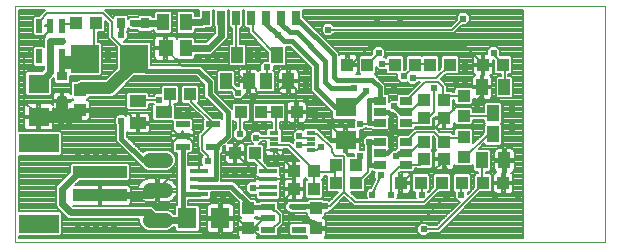
<source format=gtl>
G75*
%MOIN*%
%OFA0B0*%
%FSLAX25Y25*%
%IPPOS*%
%LPD*%
%AMOC8*
5,1,8,0,0,1.08239X$1,22.5*
%
%ADD10C,0.00100*%
%ADD11R,0.03937X0.05512*%
%ADD12R,0.03937X0.02756*%
%ADD13R,0.03937X0.04331*%
%ADD14R,0.04331X0.03937*%
%ADD15C,0.05150*%
%ADD16R,0.06299X0.07087*%
%ADD17R,0.07087X0.06299*%
%ADD18R,0.04724X0.02165*%
%ADD19R,0.05906X0.01772*%
%ADD20R,0.18110X0.03937*%
%ADD21R,0.13386X0.06299*%
%ADD22R,0.02165X0.04724*%
%ADD23R,0.09449X0.09449*%
%ADD24R,0.03543X0.03150*%
%ADD25R,0.05512X0.03937*%
%ADD26R,0.03937X0.05669*%
%ADD27R,0.04724X0.05669*%
%ADD28R,0.02500X0.05000*%
%ADD29R,0.03150X0.03543*%
%ADD30R,0.03150X0.01181*%
%ADD31C,0.04000*%
%ADD32C,0.01600*%
%ADD33C,0.02400*%
%ADD34C,0.00600*%
%ADD35C,0.02000*%
%ADD36C,0.02400*%
%ADD37C,0.00800*%
D10*
X0024791Y0037936D02*
X0221641Y0037936D01*
X0221641Y0116676D01*
X0024791Y0116676D01*
X0024791Y0037936D01*
D11*
X0095224Y0091519D03*
X0102704Y0091519D03*
X0108492Y0091519D03*
X0115972Y0091519D03*
X0112232Y0100180D03*
X0098964Y0100180D03*
X0180500Y0089511D03*
X0187980Y0089511D03*
X0184240Y0080849D03*
X0184240Y0073763D03*
X0187980Y0065101D03*
X0180500Y0065101D03*
D12*
X0155106Y0063723D03*
X0155106Y0067463D03*
X0155106Y0071204D03*
X0146445Y0071204D03*
X0146445Y0067463D03*
X0146445Y0063723D03*
X0146445Y0077503D03*
X0146445Y0081243D03*
X0146445Y0084983D03*
X0155106Y0084983D03*
X0155106Y0081243D03*
X0155106Y0077503D03*
D13*
X0161208Y0079275D03*
X0167901Y0079275D03*
X0167901Y0085180D03*
X0161208Y0085180D03*
X0163177Y0096991D03*
X0158059Y0096991D03*
X0151366Y0096991D03*
X0142311Y0096991D03*
X0135618Y0096991D03*
X0118689Y0081243D03*
X0111996Y0081243D03*
X0106878Y0081243D03*
X0100185Y0081243D03*
X0083256Y0087149D03*
X0076563Y0087149D03*
X0046445Y0088526D03*
X0046445Y0081834D03*
X0098216Y0067463D03*
X0104909Y0067463D03*
X0117862Y0055574D03*
X0124555Y0055574D03*
X0131681Y0057621D03*
X0138374Y0057621D03*
X0138374Y0063526D03*
X0131681Y0063526D03*
X0153334Y0057621D03*
X0160027Y0057621D03*
X0167114Y0057621D03*
X0173807Y0057621D03*
X0180893Y0057621D03*
X0187586Y0057621D03*
X0167901Y0065495D03*
X0161208Y0065495D03*
X0161208Y0071400D03*
X0167901Y0071400D03*
X0125185Y0049156D03*
X0125185Y0042463D03*
X0102547Y0042463D03*
X0102547Y0049156D03*
X0169870Y0096991D03*
X0180893Y0096991D03*
X0187586Y0096991D03*
D14*
X0174397Y0086558D03*
X0174397Y0079865D03*
X0174397Y0072778D03*
X0174397Y0066086D03*
X0124594Y0061558D03*
X0117901Y0061558D03*
X0051760Y0110771D03*
X0045067Y0110771D03*
D15*
X0069736Y0065125D02*
X0074886Y0065125D01*
X0074886Y0055125D02*
X0069736Y0055125D01*
X0069736Y0045125D02*
X0074886Y0045125D01*
D16*
X0082271Y0045810D03*
X0093295Y0045810D03*
D17*
X0135027Y0071794D03*
X0135027Y0082818D03*
X0032665Y0079668D03*
X0032665Y0090692D03*
D18*
X0080697Y0077109D03*
X0080697Y0073369D03*
X0080697Y0069629D03*
X0090933Y0069629D03*
X0090933Y0077109D03*
X0109240Y0049550D03*
X0109240Y0045810D03*
X0109240Y0042070D03*
X0119476Y0042070D03*
X0119476Y0049550D03*
D19*
X0109043Y0053782D03*
X0109043Y0056341D03*
X0109043Y0058900D03*
X0109043Y0061460D03*
X0086208Y0061460D03*
X0086208Y0058900D03*
X0086208Y0056341D03*
X0086208Y0053782D03*
D20*
X0053137Y0053448D03*
X0053137Y0061322D03*
D21*
X0032665Y0070771D03*
X0032665Y0043999D03*
D22*
X0032862Y0099747D03*
X0036602Y0099747D03*
X0040342Y0099747D03*
X0040342Y0109983D03*
X0036602Y0109983D03*
X0032862Y0109983D03*
D23*
X0048019Y0098960D03*
X0064555Y0098960D03*
D24*
X0040539Y0093251D03*
X0040539Y0084983D03*
D25*
X0065736Y0084983D03*
X0074397Y0081243D03*
X0065736Y0077503D03*
D26*
X0081681Y0102503D03*
X0081681Y0111164D03*
X0074200Y0111164D03*
D27*
X0074988Y0102503D03*
D28*
X0088531Y0112739D03*
X0093531Y0112739D03*
X0098531Y0112739D03*
X0103531Y0112739D03*
X0108531Y0112739D03*
X0113531Y0112739D03*
X0118531Y0112739D03*
D29*
X0068295Y0110771D03*
X0060027Y0110771D03*
D30*
X0111208Y0074353D03*
X0111208Y0072385D03*
X0111208Y0070416D03*
X0111208Y0068448D03*
X0123413Y0068448D03*
X0123413Y0070416D03*
X0123413Y0072385D03*
X0123413Y0074353D03*
D31*
X0064555Y0097385D02*
X0064555Y0098960D01*
X0064555Y0097385D02*
X0056287Y0089117D01*
X0047035Y0089117D01*
X0046445Y0088526D01*
X0040539Y0084983D02*
X0040539Y0079668D01*
X0032665Y0079668D01*
X0040539Y0079668D02*
X0044279Y0079668D01*
X0046445Y0081834D01*
D32*
X0060224Y0078290D02*
X0060224Y0072385D01*
X0067484Y0065125D01*
X0072311Y0065125D01*
X0080697Y0069629D02*
X0080697Y0053782D01*
X0080697Y0045810D01*
X0082271Y0045810D01*
X0080697Y0053782D02*
X0086208Y0053782D01*
X0086208Y0056341D02*
X0096937Y0056341D01*
X0103067Y0050212D01*
X0103728Y0049550D01*
X0109240Y0049550D01*
X0116720Y0049747D02*
X0125591Y0049747D01*
X0128137Y0049747D01*
X0119476Y0049550D02*
X0116720Y0049747D01*
X0091720Y0058900D02*
X0091720Y0069629D01*
X0090933Y0069629D01*
X0091917Y0069629D01*
X0095657Y0073369D01*
X0095657Y0081243D01*
X0089752Y0087149D01*
X0089752Y0091086D01*
X0085815Y0095023D01*
X0068492Y0095023D01*
X0064555Y0098960D01*
X0060224Y0106834D02*
X0060224Y0110574D01*
X0060027Y0110771D01*
X0108531Y0110692D02*
X0112389Y0106834D01*
X0114358Y0104865D01*
X0117114Y0104865D01*
X0125185Y0096794D01*
X0125185Y0089117D01*
X0131484Y0082818D01*
X0135027Y0082818D01*
X0136602Y0082818D01*
X0141917Y0088133D01*
X0142901Y0085180D02*
X0146445Y0085180D01*
X0146445Y0084983D01*
X0146445Y0089511D01*
X0143886Y0092070D01*
X0132075Y0092070D01*
X0131090Y0093054D01*
X0131090Y0100180D01*
X0118531Y0112739D01*
X0113531Y0112739D02*
X0113531Y0110613D01*
X0116326Y0107818D01*
X0118689Y0107818D01*
X0128137Y0098369D01*
X0128137Y0091086D01*
X0130106Y0089117D01*
X0137980Y0089117D01*
X0142901Y0085180D02*
X0142901Y0077503D01*
X0146445Y0077503D01*
X0150185Y0075136D02*
X0150185Y0074353D01*
X0150185Y0068841D01*
X0148807Y0067463D01*
X0146445Y0067463D01*
X0151760Y0066479D02*
X0152744Y0067463D01*
X0155106Y0067463D01*
X0146445Y0063723D02*
X0142901Y0063723D01*
X0142901Y0071400D01*
X0146445Y0071400D01*
X0146445Y0071204D01*
X0150185Y0074353D02*
X0141917Y0074353D01*
X0139358Y0071794D01*
X0135027Y0071794D01*
X0146445Y0081243D02*
X0149200Y0081243D01*
X0150185Y0080259D01*
X0150185Y0075136D01*
X0153138Y0081243D02*
X0155106Y0081243D01*
X0153138Y0081243D02*
X0151169Y0083212D01*
X0108531Y0110692D02*
X0108531Y0112739D01*
X0091720Y0058900D02*
X0086208Y0058900D01*
D33*
X0072311Y0055125D02*
X0070634Y0053448D01*
X0053137Y0053448D01*
X0046208Y0061322D02*
X0040539Y0055652D01*
X0040539Y0050731D01*
X0043492Y0047778D01*
X0069657Y0047778D01*
X0072311Y0045125D01*
X0081586Y0045125D01*
X0082271Y0045810D01*
X0053137Y0061322D02*
X0046208Y0061322D01*
X0032665Y0090692D02*
X0036602Y0094629D01*
X0036602Y0099747D01*
X0036602Y0104865D01*
X0040539Y0104865D01*
X0040539Y0096991D02*
X0046051Y0096991D01*
X0064161Y0110771D02*
X0068295Y0110771D01*
X0073807Y0110771D01*
X0074200Y0111164D01*
X0081681Y0111164D02*
X0086956Y0111164D01*
X0088531Y0112739D01*
X0093531Y0112739D02*
X0093531Y0106676D01*
X0089358Y0102503D01*
X0081681Y0102503D01*
D34*
X0080591Y0096736D02*
X0075191Y0102136D01*
X0074988Y0102503D01*
X0080591Y0096736D02*
X0096191Y0096736D01*
X0100991Y0091936D01*
X0102191Y0091936D01*
X0102704Y0091519D01*
X0102791Y0091336D01*
X0105191Y0088936D01*
X0105191Y0088336D01*
X0105791Y0087736D01*
X0103991Y0085936D01*
X0103991Y0085336D01*
X0103991Y0075136D01*
X0098591Y0069736D01*
X0098591Y0067936D01*
X0098216Y0067463D01*
X0098591Y0067336D01*
X0104591Y0061336D01*
X0104591Y0060736D01*
X0106391Y0058936D01*
X0108791Y0058936D01*
X0109043Y0058900D01*
X0109391Y0058936D01*
X0117791Y0058936D01*
X0117791Y0055936D01*
X0117862Y0055574D01*
X0117791Y0055336D01*
X0114791Y0052336D01*
X0114791Y0048736D01*
X0115991Y0047536D01*
X0115991Y0043936D01*
X0111791Y0039736D01*
X0106391Y0039736D01*
X0104591Y0041536D01*
X0104591Y0042736D01*
X0107591Y0045736D01*
X0108791Y0045736D01*
X0109240Y0045810D01*
X0111191Y0048136D02*
X0111791Y0048136D01*
X0112991Y0046936D01*
X0112991Y0044536D01*
X0110591Y0042136D01*
X0109391Y0042136D01*
X0109240Y0042070D01*
X0104591Y0042736D02*
X0102791Y0042736D01*
X0102547Y0042463D01*
X0102191Y0042736D01*
X0099191Y0045736D01*
X0093791Y0045736D01*
X0093295Y0045810D01*
X0102547Y0049156D02*
X0102791Y0049336D01*
X0102791Y0049936D01*
X0103067Y0050212D01*
X0109240Y0049550D02*
X0109991Y0049336D01*
X0111191Y0048136D01*
X0115991Y0047536D02*
X0120960Y0045567D01*
X0124991Y0042736D02*
X0125185Y0042463D01*
X0125591Y0042736D01*
X0157991Y0042736D01*
X0170591Y0055336D01*
X0170591Y0060736D01*
X0166991Y0064336D01*
X0167901Y0065495D01*
X0167591Y0064936D01*
X0166991Y0064336D01*
X0164591Y0061936D01*
X0157991Y0061936D01*
X0153791Y0057736D01*
X0153334Y0057621D01*
X0150191Y0060136D02*
X0150191Y0053536D01*
X0143886Y0053684D02*
X0146838Y0060180D01*
X0150191Y0060136D02*
X0153191Y0063136D01*
X0154991Y0063136D01*
X0155106Y0063723D01*
X0155591Y0063736D01*
X0159791Y0063736D01*
X0160991Y0064936D01*
X0161208Y0065495D01*
X0156791Y0067936D02*
X0155591Y0067936D01*
X0155106Y0067463D01*
X0156791Y0067936D02*
X0159791Y0070936D01*
X0160991Y0070936D01*
X0161208Y0071400D01*
X0158591Y0074536D02*
X0164591Y0074536D01*
X0167591Y0071536D01*
X0167901Y0071400D01*
X0168191Y0071536D01*
X0169391Y0072736D01*
X0174191Y0072736D01*
X0174397Y0072778D01*
X0174791Y0066136D02*
X0181991Y0073336D01*
X0183791Y0073336D01*
X0184240Y0073763D01*
X0183191Y0079936D02*
X0174791Y0079936D01*
X0174397Y0079865D01*
X0172391Y0083536D02*
X0177191Y0083536D01*
X0180191Y0086536D01*
X0181391Y0085336D01*
X0186191Y0085336D01*
X0187391Y0084136D01*
X0187391Y0065536D01*
X0187980Y0065101D01*
X0187991Y0064936D01*
X0187991Y0057736D01*
X0187586Y0057621D01*
X0180893Y0057621D02*
X0180791Y0057136D01*
X0165791Y0042136D01*
X0160991Y0042136D01*
X0160991Y0051136D02*
X0138191Y0051136D01*
X0134591Y0054736D01*
X0129791Y0049936D01*
X0128591Y0049936D01*
X0128137Y0049747D01*
X0125591Y0049747D02*
X0125591Y0049336D01*
X0125185Y0049156D01*
X0125760Y0043720D02*
X0124991Y0042736D01*
X0124555Y0055574D02*
X0124391Y0055936D01*
X0124391Y0061336D01*
X0124594Y0061558D01*
X0124991Y0061336D01*
X0131591Y0061336D01*
X0131591Y0057736D01*
X0131681Y0057621D01*
X0134591Y0054736D02*
X0134591Y0066136D01*
X0133991Y0066736D01*
X0131591Y0066736D01*
X0130391Y0067936D01*
X0130391Y0069136D01*
X0125591Y0073936D01*
X0123791Y0073936D01*
X0123413Y0074353D01*
X0123191Y0072736D02*
X0120191Y0072736D01*
X0119591Y0073336D01*
X0123191Y0072736D02*
X0123413Y0072385D01*
X0123413Y0070416D02*
X0123191Y0070336D01*
X0119591Y0070336D01*
X0115991Y0070336D02*
X0124391Y0061936D01*
X0124594Y0061558D01*
X0117901Y0061558D02*
X0117791Y0061336D01*
X0117791Y0058936D01*
X0117901Y0061558D02*
X0117791Y0061936D01*
X0111791Y0067936D01*
X0111208Y0068448D01*
X0111208Y0070416D02*
X0111791Y0070336D01*
X0115991Y0070336D01*
X0111208Y0072385D02*
X0111191Y0072736D01*
X0105191Y0072736D01*
X0111208Y0074353D02*
X0111791Y0074536D01*
X0111791Y0081136D01*
X0111996Y0081243D01*
X0111791Y0081136D02*
X0106991Y0081136D01*
X0106878Y0081243D01*
X0100185Y0081243D02*
X0099791Y0081136D01*
X0099791Y0073936D01*
X0090933Y0077109D02*
X0090791Y0077536D01*
X0083591Y0084736D01*
X0083591Y0087136D01*
X0083256Y0087149D01*
X0076563Y0087149D02*
X0076391Y0087136D01*
X0076391Y0083536D01*
X0074591Y0081736D01*
X0074397Y0081243D01*
X0075791Y0076936D02*
X0078791Y0073936D01*
X0080697Y0073369D01*
X0080591Y0073936D01*
X0078791Y0073936D01*
X0078791Y0072736D01*
X0076991Y0070936D01*
X0076991Y0067936D01*
X0078791Y0066136D01*
X0078791Y0061936D01*
X0072791Y0055936D01*
X0072311Y0055125D01*
X0086208Y0061460D02*
X0085991Y0061936D01*
X0085991Y0069136D01*
X0082991Y0072136D01*
X0082391Y0072136D01*
X0081191Y0073336D01*
X0080697Y0073369D01*
X0075791Y0076936D02*
X0066191Y0076936D01*
X0065736Y0077503D01*
X0065591Y0077536D01*
X0061991Y0081136D01*
X0048191Y0081136D01*
X0046445Y0081834D01*
X0032665Y0079668D02*
X0031391Y0081136D01*
X0027791Y0084736D01*
X0027791Y0099736D01*
X0036191Y0108136D01*
X0036191Y0109936D01*
X0036602Y0109983D01*
X0033191Y0110536D02*
X0033191Y0111736D01*
X0035591Y0114136D01*
X0054191Y0114136D01*
X0057191Y0111136D01*
X0057191Y0106336D01*
X0063191Y0100336D01*
X0064555Y0098960D01*
X0051191Y0102736D02*
X0048191Y0099736D01*
X0048019Y0098960D01*
X0051191Y0102736D02*
X0051191Y0110536D01*
X0051760Y0110771D01*
X0045067Y0110771D02*
X0044591Y0110536D01*
X0040391Y0110536D01*
X0040342Y0109983D01*
X0033191Y0110536D02*
X0032862Y0109983D01*
X0065736Y0084983D02*
X0066191Y0085336D01*
X0072791Y0085336D01*
X0087191Y0073336D02*
X0090791Y0076936D01*
X0090933Y0077109D01*
X0087191Y0073336D02*
X0087191Y0068536D01*
X0088991Y0066736D01*
X0088991Y0064936D01*
X0104909Y0067463D02*
X0105191Y0067336D01*
X0105191Y0065536D01*
X0108791Y0061936D01*
X0109043Y0061460D01*
X0109043Y0056341D02*
X0108791Y0055936D01*
X0103991Y0055936D01*
X0123413Y0068448D02*
X0123791Y0068536D01*
X0125591Y0068536D01*
X0126791Y0069736D01*
X0134591Y0072136D02*
X0135027Y0071794D01*
X0134591Y0072136D02*
X0125591Y0081136D01*
X0118991Y0081136D01*
X0118689Y0081243D01*
X0118391Y0081736D01*
X0118391Y0088936D01*
X0115991Y0091336D01*
X0115972Y0091519D01*
X0115391Y0091336D01*
X0111791Y0087736D01*
X0105791Y0087736D01*
X0108492Y0091519D02*
X0108791Y0091936D01*
X0108791Y0096136D01*
X0111791Y0100336D02*
X0112232Y0100180D01*
X0111791Y0100336D02*
X0103991Y0108136D01*
X0103991Y0112336D01*
X0103531Y0112739D01*
X0098591Y0112336D02*
X0098531Y0112739D01*
X0098591Y0112336D02*
X0098591Y0100336D01*
X0098964Y0100180D01*
X0095224Y0091519D02*
X0095591Y0091336D01*
X0099191Y0087736D01*
X0135618Y0096991D02*
X0135791Y0097336D01*
X0136991Y0097336D01*
X0142991Y0103336D01*
X0174791Y0103336D01*
X0180791Y0097336D01*
X0180893Y0096991D01*
X0180791Y0096736D01*
X0180791Y0089536D01*
X0180500Y0089511D01*
X0180191Y0088936D01*
X0180191Y0086536D01*
X0174397Y0086558D02*
X0174191Y0086536D01*
X0167591Y0086536D01*
X0167901Y0085180D01*
X0167591Y0085336D01*
X0167591Y0086536D01*
X0167591Y0089536D01*
X0165791Y0091336D01*
X0161591Y0091336D01*
X0155591Y0085336D01*
X0155106Y0084983D01*
X0156791Y0081736D02*
X0159791Y0084736D01*
X0160991Y0084736D01*
X0161208Y0085180D01*
X0156791Y0081736D02*
X0155591Y0081736D01*
X0155106Y0081243D01*
X0155591Y0077536D02*
X0155106Y0077503D01*
X0155591Y0077536D02*
X0159791Y0077536D01*
X0160991Y0078736D01*
X0161208Y0079275D01*
X0157991Y0075736D02*
X0164591Y0075736D01*
X0167591Y0078736D01*
X0167901Y0079275D01*
X0168191Y0079336D01*
X0172391Y0083536D01*
X0183191Y0079936D02*
X0183791Y0080536D01*
X0184240Y0080849D01*
X0187980Y0089511D02*
X0187991Y0089536D01*
X0187991Y0096736D01*
X0187586Y0096991D01*
X0187391Y0097336D01*
X0184391Y0100336D01*
X0184391Y0100936D01*
X0169870Y0096991D02*
X0169391Y0096736D01*
X0165191Y0092536D01*
X0157391Y0092536D01*
X0154391Y0093136D02*
X0157991Y0096736D01*
X0158059Y0096991D01*
X0158591Y0097336D01*
X0162791Y0097336D01*
X0163177Y0096991D01*
X0151366Y0096991D02*
X0150791Y0097336D01*
X0147191Y0097336D01*
X0145991Y0100936D02*
X0142391Y0097336D01*
X0142311Y0096991D01*
X0129191Y0108736D02*
X0170591Y0108736D01*
X0174191Y0112336D01*
X0157991Y0075736D02*
X0157391Y0075136D01*
X0150185Y0075136D01*
X0155106Y0071204D02*
X0155591Y0071536D01*
X0158591Y0074536D01*
X0174397Y0066086D02*
X0174791Y0066136D01*
X0173807Y0057621D02*
X0173591Y0057136D01*
X0173591Y0053536D01*
X0166991Y0057136D02*
X0167114Y0057621D01*
X0166991Y0057136D02*
X0160991Y0051136D01*
X0160391Y0053536D02*
X0160391Y0057136D01*
X0160027Y0057621D01*
X0142901Y0063723D02*
X0142391Y0063136D01*
X0142391Y0061336D01*
X0138791Y0057736D01*
X0138374Y0057621D01*
X0131591Y0061336D02*
X0131591Y0063136D01*
X0131681Y0063526D01*
D35*
X0125760Y0043720D02*
X0120960Y0045567D01*
X0040539Y0093054D02*
X0040539Y0096991D01*
X0041130Y0098960D02*
X0048019Y0098960D01*
X0046051Y0096991D01*
X0041130Y0098960D02*
X0040342Y0099747D01*
X0040342Y0093448D01*
X0040539Y0093251D01*
D36*
X0055763Y0096163D03*
X0055763Y0099115D03*
X0055763Y0102068D03*
X0060224Y0106834D03*
X0064161Y0110771D03*
X0040539Y0104865D03*
X0072791Y0085336D03*
X0079385Y0081399D03*
X0082338Y0081399D03*
X0099191Y0087736D03*
X0103991Y0085336D03*
X0104975Y0076478D03*
X0107928Y0076478D03*
X0114818Y0076478D03*
X0119591Y0073336D03*
X0119591Y0070336D03*
X0126791Y0069736D03*
X0130566Y0077462D03*
X0133519Y0077462D03*
X0136471Y0077462D03*
X0139949Y0077306D03*
X0142901Y0071400D03*
X0139949Y0066479D03*
X0146838Y0060180D03*
X0143755Y0059352D03*
X0143886Y0053684D03*
X0140408Y0053446D03*
X0150191Y0053536D03*
X0160391Y0053536D03*
X0168952Y0052856D03*
X0173591Y0053536D03*
X0184700Y0052856D03*
X0192574Y0053446D03*
X0175841Y0061911D03*
X0172692Y0061911D03*
X0190605Y0072147D03*
X0190605Y0075100D03*
X0190605Y0078052D03*
X0190605Y0081005D03*
X0190605Y0083958D03*
X0178794Y0083171D03*
X0178794Y0076084D03*
X0164555Y0089117D03*
X0157391Y0092536D03*
X0154391Y0093136D03*
X0151235Y0089273D03*
X0148282Y0092226D03*
X0141917Y0088133D03*
X0137980Y0089117D03*
X0124660Y0084942D03*
X0121708Y0085926D03*
X0121708Y0088879D03*
X0121708Y0091832D03*
X0121708Y0094785D03*
X0108791Y0096136D03*
X0105960Y0099115D03*
X0103007Y0099115D03*
X0103007Y0102068D03*
X0105960Y0102068D03*
X0112389Y0106834D03*
X0129191Y0108736D03*
X0145330Y0111911D03*
X0153204Y0111911D03*
X0145991Y0100936D03*
X0147191Y0097336D03*
X0151169Y0083212D03*
X0171904Y0092029D03*
X0174857Y0092029D03*
X0174857Y0094982D03*
X0174857Y0097934D03*
X0184391Y0100936D03*
X0174191Y0112336D03*
X0124660Y0081989D03*
X0124660Y0079037D03*
X0105191Y0072736D03*
X0099791Y0073936D03*
X0108912Y0065651D03*
X0111865Y0065651D03*
X0103991Y0061714D03*
X0101038Y0061714D03*
X0098086Y0061714D03*
X0095133Y0061714D03*
X0088991Y0064936D03*
X0103991Y0055936D03*
X0097101Y0051871D03*
X0094149Y0051871D03*
X0091196Y0051871D03*
X0088243Y0041045D03*
X0115802Y0045966D03*
X0118755Y0045966D03*
X0128137Y0049747D03*
X0137456Y0042029D03*
X0145330Y0042029D03*
X0153204Y0042029D03*
X0160991Y0042136D03*
X0168952Y0042029D03*
X0176826Y0042029D03*
X0184700Y0042029D03*
X0151760Y0066479D03*
X0095133Y0099115D03*
X0092180Y0099115D03*
X0089227Y0099115D03*
X0086275Y0099115D03*
X0054778Y0084352D03*
X0051826Y0084352D03*
X0051826Y0081399D03*
X0054778Y0081399D03*
X0060224Y0078290D03*
X0042967Y0077462D03*
X0040015Y0077462D03*
X0040015Y0080415D03*
X0042967Y0080415D03*
X0045920Y0066635D03*
X0048873Y0066635D03*
X0051826Y0066635D03*
X0054778Y0066635D03*
X0057731Y0066635D03*
X0057731Y0043013D03*
X0054778Y0043013D03*
X0051826Y0043013D03*
X0048873Y0043013D03*
X0045920Y0043013D03*
D37*
X0042581Y0045578D02*
X0066161Y0045578D01*
X0066161Y0044414D01*
X0066705Y0043100D01*
X0067711Y0042094D01*
X0069025Y0041550D01*
X0075597Y0041550D01*
X0076910Y0042094D01*
X0077741Y0042925D01*
X0078122Y0042925D01*
X0078122Y0041852D01*
X0078708Y0041267D01*
X0085835Y0041267D01*
X0086421Y0041852D01*
X0086421Y0049767D01*
X0085835Y0050353D01*
X0082497Y0050353D01*
X0082497Y0051982D01*
X0082756Y0051982D01*
X0082841Y0051897D01*
X0089575Y0051897D01*
X0090161Y0052482D01*
X0090161Y0054541D01*
X0096191Y0054541D01*
X0099578Y0051154D01*
X0099578Y0046577D01*
X0100164Y0045991D01*
X0100253Y0045991D01*
X0100038Y0045933D01*
X0099719Y0045749D01*
X0099458Y0045488D01*
X0099274Y0045169D01*
X0099178Y0044813D01*
X0099178Y0042863D01*
X0102147Y0042863D01*
X0102147Y0042063D01*
X0099178Y0042063D01*
X0099178Y0040114D01*
X0099274Y0039758D01*
X0099458Y0039439D01*
X0099511Y0039386D01*
X0026241Y0039386D01*
X0026241Y0039849D01*
X0039772Y0039849D01*
X0040358Y0040435D01*
X0040358Y0047563D01*
X0039772Y0048149D01*
X0026241Y0048149D01*
X0026241Y0066621D01*
X0039772Y0066621D01*
X0040358Y0067207D01*
X0040358Y0074334D01*
X0039772Y0074920D01*
X0026241Y0074920D01*
X0026241Y0115226D01*
X0034843Y0115226D01*
X0034291Y0114674D01*
X0032962Y0113345D01*
X0031365Y0113345D01*
X0030779Y0112760D01*
X0030779Y0107207D01*
X0031365Y0106621D01*
X0034359Y0106621D01*
X0034449Y0106711D01*
X0034660Y0106501D01*
X0034956Y0106330D01*
X0034402Y0105776D01*
X0034402Y0103066D01*
X0034359Y0103109D01*
X0031365Y0103109D01*
X0030779Y0102523D01*
X0030779Y0096971D01*
X0031365Y0096385D01*
X0034359Y0096385D01*
X0034402Y0096428D01*
X0034402Y0095540D01*
X0033703Y0094841D01*
X0028708Y0094841D01*
X0028122Y0094256D01*
X0028122Y0087128D01*
X0028708Y0086542D01*
X0036623Y0086542D01*
X0037208Y0087128D01*
X0037208Y0092124D01*
X0037767Y0092683D01*
X0037767Y0091262D01*
X0038353Y0090676D01*
X0042725Y0090676D01*
X0043311Y0091262D01*
X0043311Y0093235D01*
X0053158Y0093235D01*
X0053744Y0093821D01*
X0053744Y0104098D01*
X0053158Y0104684D01*
X0052491Y0104684D01*
X0052491Y0107802D01*
X0054339Y0107802D01*
X0054925Y0108388D01*
X0054925Y0111564D01*
X0055891Y0110597D01*
X0055891Y0105797D01*
X0058830Y0102858D01*
X0058830Y0095903D01*
X0055044Y0092117D01*
X0046438Y0092117D01*
X0045412Y0091692D01*
X0044062Y0091692D01*
X0043476Y0091106D01*
X0043476Y0089199D01*
X0043445Y0089123D01*
X0043445Y0087930D01*
X0043476Y0087854D01*
X0043476Y0087339D01*
X0043431Y0087418D01*
X0043170Y0087678D01*
X0042851Y0087863D01*
X0042495Y0087958D01*
X0040926Y0087958D01*
X0040926Y0085371D01*
X0040152Y0085371D01*
X0040152Y0087958D01*
X0038583Y0087958D01*
X0038227Y0087863D01*
X0037908Y0087678D01*
X0037647Y0087418D01*
X0037463Y0087098D01*
X0037367Y0086742D01*
X0037367Y0085371D01*
X0040152Y0085371D01*
X0040152Y0084596D01*
X0040926Y0084596D01*
X0040926Y0082008D01*
X0042495Y0082008D01*
X0042851Y0082104D01*
X0043076Y0082234D01*
X0043076Y0082234D01*
X0046045Y0082234D01*
X0046045Y0081434D01*
X0046845Y0081434D01*
X0046845Y0082234D01*
X0049813Y0082234D01*
X0049813Y0084183D01*
X0049718Y0084539D01*
X0049533Y0084859D01*
X0049273Y0085119D01*
X0048953Y0085303D01*
X0048738Y0085361D01*
X0048827Y0085361D01*
X0049413Y0085947D01*
X0049413Y0086117D01*
X0056884Y0086117D01*
X0057986Y0086574D01*
X0064648Y0093235D01*
X0067734Y0093235D01*
X0067746Y0093223D01*
X0085069Y0093223D01*
X0087952Y0090340D01*
X0087952Y0086403D01*
X0089006Y0085349D01*
X0093857Y0080497D01*
X0093857Y0079044D01*
X0093709Y0079192D01*
X0090974Y0079192D01*
X0085910Y0084255D01*
X0086224Y0084569D01*
X0086224Y0089728D01*
X0085638Y0090314D01*
X0080873Y0090314D01*
X0080287Y0089728D01*
X0080287Y0084569D01*
X0080873Y0083983D01*
X0082505Y0083983D01*
X0087727Y0078762D01*
X0087571Y0078606D01*
X0087571Y0075612D01*
X0087600Y0075583D01*
X0085891Y0073874D01*
X0085891Y0067997D01*
X0086653Y0067236D01*
X0087416Y0066472D01*
X0086791Y0065847D01*
X0086791Y0064025D01*
X0087070Y0063745D01*
X0086251Y0063745D01*
X0086251Y0061503D01*
X0086165Y0061503D01*
X0086165Y0063745D01*
X0083071Y0063745D01*
X0082715Y0063650D01*
X0082497Y0063524D01*
X0082497Y0067546D01*
X0083473Y0067546D01*
X0084059Y0068132D01*
X0084059Y0071126D01*
X0083968Y0071216D01*
X0084179Y0071427D01*
X0084363Y0071746D01*
X0084459Y0072102D01*
X0084459Y0073228D01*
X0080838Y0073228D01*
X0080838Y0073510D01*
X0084459Y0073510D01*
X0084459Y0074636D01*
X0084363Y0074992D01*
X0084179Y0075311D01*
X0083968Y0075522D01*
X0084059Y0075612D01*
X0084059Y0078606D01*
X0083473Y0079192D01*
X0078153Y0079192D01*
X0078153Y0083626D01*
X0077796Y0083983D01*
X0078945Y0083983D01*
X0079531Y0084569D01*
X0079531Y0089728D01*
X0078945Y0090314D01*
X0074180Y0090314D01*
X0073594Y0089728D01*
X0073594Y0087536D01*
X0071880Y0087536D01*
X0070980Y0086636D01*
X0069492Y0086636D01*
X0069492Y0087366D01*
X0068906Y0087952D01*
X0062566Y0087952D01*
X0061980Y0087366D01*
X0061980Y0082600D01*
X0062566Y0082015D01*
X0068906Y0082015D01*
X0069492Y0082600D01*
X0069492Y0084036D01*
X0070980Y0084036D01*
X0071016Y0084000D01*
X0070641Y0083626D01*
X0070641Y0078860D01*
X0071227Y0078275D01*
X0077334Y0078275D01*
X0077334Y0075612D01*
X0077425Y0075522D01*
X0077214Y0075311D01*
X0077030Y0074992D01*
X0076934Y0074636D01*
X0076934Y0073510D01*
X0080555Y0073510D01*
X0080555Y0073228D01*
X0076934Y0073228D01*
X0076934Y0072102D01*
X0077030Y0071746D01*
X0077214Y0071427D01*
X0077425Y0071216D01*
X0077334Y0071126D01*
X0077334Y0068132D01*
X0077920Y0067546D01*
X0078897Y0067546D01*
X0078897Y0050353D01*
X0078708Y0050353D01*
X0078122Y0049767D01*
X0078122Y0047325D01*
X0077741Y0047325D01*
X0076910Y0048155D01*
X0075597Y0048700D01*
X0071847Y0048700D01*
X0070568Y0049978D01*
X0044403Y0049978D01*
X0044302Y0050079D01*
X0052738Y0050079D01*
X0052738Y0053048D01*
X0053537Y0053048D01*
X0053537Y0050079D01*
X0062377Y0050079D01*
X0062733Y0050175D01*
X0063052Y0050359D01*
X0063313Y0050620D01*
X0063497Y0050939D01*
X0063593Y0051295D01*
X0063593Y0053048D01*
X0053538Y0053048D01*
X0053538Y0053848D01*
X0063593Y0053848D01*
X0063593Y0055601D01*
X0063497Y0055957D01*
X0063313Y0056276D01*
X0063052Y0056537D01*
X0062733Y0056721D01*
X0062377Y0056816D01*
X0053537Y0056816D01*
X0053537Y0053848D01*
X0052738Y0053848D01*
X0052738Y0056816D01*
X0044814Y0056816D01*
X0046351Y0058353D01*
X0062607Y0058353D01*
X0063193Y0058939D01*
X0063193Y0063704D01*
X0062607Y0064290D01*
X0043668Y0064290D01*
X0043082Y0063704D01*
X0043082Y0061307D01*
X0038339Y0056564D01*
X0038339Y0049820D01*
X0039628Y0048531D01*
X0042581Y0045578D01*
X0042238Y0045921D02*
X0040358Y0045921D01*
X0040358Y0045123D02*
X0066161Y0045123D01*
X0066198Y0044324D02*
X0040358Y0044324D01*
X0040358Y0043526D02*
X0066529Y0043526D01*
X0067078Y0042727D02*
X0040358Y0042727D01*
X0040358Y0041928D02*
X0068111Y0041928D01*
X0076510Y0041928D02*
X0078122Y0041928D01*
X0078122Y0042727D02*
X0077543Y0042727D01*
X0077548Y0047518D02*
X0078122Y0047518D01*
X0078122Y0048317D02*
X0076522Y0048317D01*
X0078122Y0049115D02*
X0071432Y0049115D01*
X0070633Y0049914D02*
X0078268Y0049914D01*
X0078897Y0050712D02*
X0063366Y0050712D01*
X0063593Y0051511D02*
X0068075Y0051511D01*
X0067853Y0051602D02*
X0068577Y0051303D01*
X0069344Y0051150D01*
X0071923Y0051150D01*
X0071923Y0054737D01*
X0072698Y0054737D01*
X0072698Y0051150D01*
X0075277Y0051150D01*
X0076045Y0051303D01*
X0076768Y0051602D01*
X0077419Y0052037D01*
X0077973Y0052591D01*
X0078408Y0053242D01*
X0078708Y0053965D01*
X0078860Y0054733D01*
X0078860Y0054737D01*
X0072698Y0054737D01*
X0072698Y0055512D01*
X0078860Y0055512D01*
X0078860Y0055516D01*
X0078708Y0056284D01*
X0078408Y0057008D01*
X0077973Y0057659D01*
X0077419Y0058212D01*
X0076768Y0058647D01*
X0076045Y0058947D01*
X0075277Y0059100D01*
X0072698Y0059100D01*
X0072698Y0055512D01*
X0071923Y0055512D01*
X0071923Y0054737D01*
X0065761Y0054737D01*
X0065761Y0054733D01*
X0065914Y0053965D01*
X0066213Y0053242D01*
X0066648Y0052591D01*
X0067202Y0052037D01*
X0067853Y0051602D01*
X0066930Y0052309D02*
X0063593Y0052309D01*
X0063593Y0053906D02*
X0065938Y0053906D01*
X0065767Y0054705D02*
X0063593Y0054705D01*
X0063593Y0055503D02*
X0071923Y0055503D01*
X0071923Y0055512D02*
X0065761Y0055512D01*
X0065761Y0055516D01*
X0065914Y0056284D01*
X0066213Y0057008D01*
X0066648Y0057659D01*
X0067202Y0058212D01*
X0067853Y0058647D01*
X0068577Y0058947D01*
X0069344Y0059100D01*
X0071923Y0059100D01*
X0071923Y0055512D01*
X0072698Y0055503D02*
X0078897Y0055503D01*
X0078897Y0054705D02*
X0078855Y0054705D01*
X0078897Y0053906D02*
X0078683Y0053906D01*
X0078897Y0053108D02*
X0078318Y0053108D01*
X0078897Y0052309D02*
X0077691Y0052309D01*
X0076547Y0051511D02*
X0078897Y0051511D01*
X0082497Y0051511D02*
X0099222Y0051511D01*
X0099578Y0050712D02*
X0096782Y0050712D01*
X0096629Y0050753D02*
X0093695Y0050753D01*
X0093695Y0046210D01*
X0092895Y0046210D01*
X0092895Y0050753D01*
X0089961Y0050753D01*
X0089605Y0050658D01*
X0089286Y0050474D01*
X0089025Y0050213D01*
X0088841Y0049894D01*
X0088745Y0049538D01*
X0088745Y0046210D01*
X0092895Y0046210D01*
X0092895Y0045410D01*
X0088745Y0045410D01*
X0088745Y0042082D01*
X0088841Y0041726D01*
X0089025Y0041407D01*
X0089286Y0041146D01*
X0089605Y0040962D01*
X0089961Y0040867D01*
X0092895Y0040867D01*
X0092895Y0045410D01*
X0093695Y0045410D01*
X0093695Y0046210D01*
X0097845Y0046210D01*
X0097845Y0049538D01*
X0097749Y0049894D01*
X0097565Y0050213D01*
X0097304Y0050474D01*
X0096985Y0050658D01*
X0096629Y0050753D01*
X0097738Y0049914D02*
X0099578Y0049914D01*
X0099578Y0049115D02*
X0097845Y0049115D01*
X0097845Y0048317D02*
X0099578Y0048317D01*
X0099578Y0047518D02*
X0097845Y0047518D01*
X0097845Y0046720D02*
X0099578Y0046720D01*
X0100017Y0045921D02*
X0093695Y0045921D01*
X0093695Y0045410D02*
X0097845Y0045410D01*
X0097845Y0042082D01*
X0097749Y0041726D01*
X0097565Y0041407D01*
X0097304Y0041146D01*
X0096985Y0040962D01*
X0096629Y0040867D01*
X0093695Y0040867D01*
X0093695Y0045410D01*
X0093695Y0045123D02*
X0092895Y0045123D01*
X0092895Y0045921D02*
X0086421Y0045921D01*
X0086421Y0045123D02*
X0088745Y0045123D01*
X0088745Y0044324D02*
X0086421Y0044324D01*
X0086421Y0043526D02*
X0088745Y0043526D01*
X0088745Y0042727D02*
X0086421Y0042727D01*
X0086421Y0041928D02*
X0088787Y0041928D01*
X0089314Y0041130D02*
X0040358Y0041130D01*
X0040254Y0040331D02*
X0099178Y0040331D01*
X0099178Y0041130D02*
X0097276Y0041130D01*
X0097803Y0041928D02*
X0099178Y0041928D01*
X0097845Y0042727D02*
X0102147Y0042727D01*
X0102947Y0042727D02*
X0105878Y0042727D01*
X0105878Y0042863D02*
X0102947Y0042863D01*
X0102947Y0042063D01*
X0105878Y0042063D01*
X0105878Y0042863D01*
X0105915Y0040535D02*
X0106463Y0039987D01*
X0112016Y0039987D01*
X0112602Y0040573D01*
X0112602Y0042308D01*
X0114291Y0043997D01*
X0114291Y0047474D01*
X0113530Y0048236D01*
X0112602Y0049163D01*
X0112602Y0051047D01*
X0112016Y0051633D01*
X0106463Y0051633D01*
X0106181Y0051350D01*
X0105515Y0051350D01*
X0105515Y0051736D01*
X0104930Y0052322D01*
X0103502Y0052322D01*
X0097682Y0058141D01*
X0093507Y0058141D01*
X0093520Y0058155D01*
X0093520Y0067546D01*
X0093709Y0067546D01*
X0094295Y0068132D01*
X0094295Y0069461D01*
X0094921Y0070088D01*
X0094848Y0069813D01*
X0094848Y0067863D01*
X0097816Y0067863D01*
X0097816Y0067063D01*
X0098616Y0067063D01*
X0098616Y0063898D01*
X0100369Y0063898D01*
X0100725Y0063994D01*
X0101044Y0064178D01*
X0101305Y0064439D01*
X0101489Y0064758D01*
X0101585Y0065114D01*
X0101585Y0067063D01*
X0098616Y0067063D01*
X0098616Y0067863D01*
X0101585Y0067863D01*
X0101585Y0069813D01*
X0101489Y0070169D01*
X0101305Y0070488D01*
X0101044Y0070749D01*
X0100725Y0070933D01*
X0100369Y0071029D01*
X0098616Y0071029D01*
X0098616Y0067864D01*
X0097816Y0067864D01*
X0097816Y0071029D01*
X0096063Y0071029D01*
X0095789Y0070955D01*
X0096403Y0071569D01*
X0097457Y0072623D01*
X0097457Y0078423D01*
X0097802Y0078078D01*
X0098491Y0078078D01*
X0098491Y0075747D01*
X0097591Y0074847D01*
X0097591Y0073025D01*
X0098880Y0071736D01*
X0100702Y0071736D01*
X0101991Y0073025D01*
X0101991Y0074847D01*
X0101091Y0075747D01*
X0101091Y0078078D01*
X0102567Y0078078D01*
X0103153Y0078663D01*
X0103153Y0083823D01*
X0102567Y0084408D01*
X0097802Y0084408D01*
X0097216Y0083823D01*
X0097216Y0082230D01*
X0091552Y0087894D01*
X0091552Y0091831D01*
X0087615Y0095768D01*
X0086560Y0096823D01*
X0070279Y0096823D01*
X0070279Y0104098D01*
X0069693Y0104684D01*
X0061186Y0104684D01*
X0062424Y0105922D01*
X0062424Y0107745D01*
X0062093Y0108076D01*
X0062602Y0108585D01*
X0062602Y0109218D01*
X0063250Y0108571D01*
X0065734Y0108571D01*
X0066306Y0107999D01*
X0070284Y0107999D01*
X0070856Y0108571D01*
X0071232Y0108571D01*
X0071232Y0107915D01*
X0071818Y0107330D01*
X0076583Y0107330D01*
X0077169Y0107915D01*
X0077169Y0114413D01*
X0076583Y0114999D01*
X0071818Y0114999D01*
X0071232Y0114413D01*
X0071232Y0112971D01*
X0070856Y0112971D01*
X0070284Y0113542D01*
X0066306Y0113542D01*
X0065734Y0112971D01*
X0063250Y0112971D01*
X0062602Y0112323D01*
X0062602Y0112956D01*
X0062016Y0113542D01*
X0058038Y0113542D01*
X0057452Y0112956D01*
X0057452Y0112713D01*
X0054939Y0115226D01*
X0086281Y0115226D01*
X0086281Y0113600D01*
X0086045Y0113364D01*
X0084649Y0113364D01*
X0084649Y0114413D01*
X0084064Y0114999D01*
X0079298Y0114999D01*
X0078712Y0114413D01*
X0078712Y0107915D01*
X0079298Y0107330D01*
X0084064Y0107330D01*
X0084649Y0107915D01*
X0084649Y0108964D01*
X0087868Y0108964D01*
X0088142Y0109239D01*
X0090195Y0109239D01*
X0090781Y0109825D01*
X0090781Y0115226D01*
X0091281Y0115226D01*
X0091281Y0109825D01*
X0091331Y0109775D01*
X0091331Y0107587D01*
X0088447Y0104703D01*
X0084649Y0104703D01*
X0084649Y0105752D01*
X0084064Y0106337D01*
X0079298Y0106337D01*
X0078712Y0105752D01*
X0078712Y0105663D01*
X0078655Y0105878D01*
X0078470Y0106197D01*
X0078210Y0106458D01*
X0077890Y0106642D01*
X0077534Y0106737D01*
X0075388Y0106737D01*
X0075388Y0102903D01*
X0074588Y0102903D01*
X0074588Y0106737D01*
X0072441Y0106737D01*
X0072085Y0106642D01*
X0071766Y0106458D01*
X0071505Y0106197D01*
X0071321Y0105878D01*
X0071226Y0105522D01*
X0071226Y0102903D01*
X0074588Y0102903D01*
X0074588Y0102103D01*
X0075388Y0102103D01*
X0075388Y0098268D01*
X0077534Y0098268D01*
X0077890Y0098364D01*
X0078210Y0098548D01*
X0078470Y0098809D01*
X0078655Y0099128D01*
X0078712Y0099343D01*
X0078712Y0099254D01*
X0079298Y0098668D01*
X0084064Y0098668D01*
X0084649Y0099254D01*
X0084649Y0100303D01*
X0090269Y0100303D01*
X0094442Y0104476D01*
X0095731Y0105765D01*
X0095731Y0109775D01*
X0095781Y0109825D01*
X0095781Y0115226D01*
X0096281Y0115226D01*
X0096281Y0109825D01*
X0096867Y0109239D01*
X0097291Y0109239D01*
X0097291Y0103936D01*
X0096582Y0103936D01*
X0095996Y0103350D01*
X0095996Y0097010D01*
X0096582Y0096424D01*
X0101347Y0096424D01*
X0101933Y0097010D01*
X0101933Y0103350D01*
X0101347Y0103936D01*
X0099891Y0103936D01*
X0099891Y0109239D01*
X0100195Y0109239D01*
X0100781Y0109825D01*
X0100781Y0115226D01*
X0101281Y0115226D01*
X0101281Y0109825D01*
X0101867Y0109239D01*
X0102691Y0109239D01*
X0102691Y0107597D01*
X0109263Y0101025D01*
X0109263Y0098336D01*
X0107880Y0098336D01*
X0106591Y0097047D01*
X0106591Y0095274D01*
X0106109Y0095274D01*
X0105857Y0095023D01*
X0105793Y0095134D01*
X0105533Y0095395D01*
X0105213Y0095579D01*
X0104857Y0095674D01*
X0103104Y0095674D01*
X0103104Y0091919D01*
X0102304Y0091919D01*
X0102304Y0091119D01*
X0099336Y0091119D01*
X0099336Y0089936D01*
X0098830Y0089936D01*
X0098193Y0090573D01*
X0098193Y0094689D01*
X0097607Y0095274D01*
X0092841Y0095274D01*
X0092256Y0094689D01*
X0092256Y0088348D01*
X0092841Y0087763D01*
X0096991Y0087763D01*
X0096991Y0086825D01*
X0098280Y0085536D01*
X0100102Y0085536D01*
X0101391Y0086825D01*
X0101391Y0087363D01*
X0102304Y0087363D01*
X0102304Y0091119D01*
X0103104Y0091119D01*
X0103104Y0087363D01*
X0104857Y0087363D01*
X0105213Y0087458D01*
X0105533Y0087642D01*
X0105793Y0087903D01*
X0105857Y0088014D01*
X0106109Y0087763D01*
X0110875Y0087763D01*
X0111460Y0088348D01*
X0111460Y0094689D01*
X0110958Y0095191D01*
X0110991Y0095225D01*
X0110991Y0096424D01*
X0114615Y0096424D01*
X0115200Y0097010D01*
X0115200Y0103065D01*
X0116368Y0103065D01*
X0123385Y0096049D01*
X0123385Y0088371D01*
X0129684Y0082072D01*
X0130484Y0081272D01*
X0130484Y0079254D01*
X0131070Y0078668D01*
X0138199Y0078668D01*
X0137749Y0078217D01*
X0137749Y0076395D01*
X0137799Y0076344D01*
X0135427Y0076344D01*
X0135427Y0072194D01*
X0134627Y0072194D01*
X0134627Y0071394D01*
X0130084Y0071394D01*
X0130084Y0071281D01*
X0126130Y0075236D01*
X0125988Y0075236D01*
X0125988Y0075358D01*
X0125402Y0075944D01*
X0121424Y0075944D01*
X0120838Y0075358D01*
X0120838Y0075200D01*
X0120502Y0075536D01*
X0118680Y0075536D01*
X0117391Y0074247D01*
X0117391Y0072425D01*
X0117980Y0071836D01*
X0117391Y0071247D01*
X0117391Y0070774D01*
X0116530Y0071636D01*
X0113783Y0071636D01*
X0113783Y0075358D01*
X0113197Y0075944D01*
X0113091Y0075944D01*
X0113091Y0078078D01*
X0114378Y0078078D01*
X0114964Y0078663D01*
X0114964Y0083823D01*
X0114378Y0084408D01*
X0109613Y0084408D01*
X0109437Y0084232D01*
X0109260Y0084408D01*
X0104495Y0084408D01*
X0103909Y0083823D01*
X0103909Y0078663D01*
X0104495Y0078078D01*
X0109260Y0078078D01*
X0109437Y0078254D01*
X0109613Y0078078D01*
X0110491Y0078078D01*
X0110491Y0075944D01*
X0109219Y0075944D01*
X0108634Y0075358D01*
X0108634Y0074036D01*
X0107002Y0074036D01*
X0106102Y0074936D01*
X0104280Y0074936D01*
X0102991Y0073647D01*
X0102991Y0071825D01*
X0104187Y0070629D01*
X0102526Y0070629D01*
X0101941Y0070043D01*
X0101941Y0064884D01*
X0102526Y0064298D01*
X0104590Y0064298D01*
X0105610Y0063279D01*
X0105090Y0062760D01*
X0105090Y0060766D01*
X0104970Y0060646D01*
X0104786Y0060327D01*
X0104690Y0059971D01*
X0104690Y0058943D01*
X0109000Y0058943D01*
X0109000Y0058858D01*
X0104690Y0058858D01*
X0104690Y0058136D01*
X0103080Y0058136D01*
X0101791Y0056847D01*
X0101791Y0055025D01*
X0103080Y0053736D01*
X0104902Y0053736D01*
X0105090Y0053924D01*
X0105090Y0052482D01*
X0105676Y0051897D01*
X0112410Y0051897D01*
X0112996Y0052482D01*
X0112996Y0057035D01*
X0113116Y0057155D01*
X0113300Y0057474D01*
X0113396Y0057830D01*
X0113396Y0058858D01*
X0109086Y0058858D01*
X0109086Y0058943D01*
X0113396Y0058943D01*
X0113396Y0059971D01*
X0113300Y0060327D01*
X0113116Y0060646D01*
X0112996Y0060766D01*
X0112996Y0062760D01*
X0112410Y0063345D01*
X0109220Y0063345D01*
X0107780Y0064786D01*
X0107878Y0064884D01*
X0107878Y0070043D01*
X0107292Y0070629D01*
X0106195Y0070629D01*
X0107002Y0071436D01*
X0108634Y0071436D01*
X0108634Y0070018D01*
X0108513Y0069898D01*
X0108329Y0069579D01*
X0108234Y0069223D01*
X0108234Y0068448D01*
X0111208Y0068448D01*
X0111208Y0068448D01*
X0108234Y0068448D01*
X0108234Y0067673D01*
X0108329Y0067317D01*
X0108513Y0066998D01*
X0108774Y0066737D01*
X0109093Y0066553D01*
X0109449Y0066457D01*
X0111208Y0066457D01*
X0111208Y0068448D01*
X0111208Y0068448D01*
X0114183Y0068448D01*
X0114183Y0069036D01*
X0115453Y0069036D01*
X0119562Y0064926D01*
X0118301Y0064926D01*
X0118301Y0061958D01*
X0117501Y0061958D01*
X0117501Y0061158D01*
X0114336Y0061158D01*
X0114336Y0059405D01*
X0114431Y0059049D01*
X0114616Y0058730D01*
X0114764Y0058582D01*
X0114589Y0058279D01*
X0114493Y0057923D01*
X0114493Y0055974D01*
X0117462Y0055974D01*
X0117462Y0058189D01*
X0117501Y0058189D01*
X0117501Y0061158D01*
X0118301Y0061158D01*
X0118301Y0059139D01*
X0118262Y0059139D01*
X0118262Y0055974D01*
X0117462Y0055974D01*
X0117462Y0055174D01*
X0114493Y0055174D01*
X0114493Y0053224D01*
X0114589Y0052868D01*
X0114773Y0052549D01*
X0115034Y0052288D01*
X0115353Y0052104D01*
X0115709Y0052008D01*
X0117462Y0052008D01*
X0117462Y0055174D01*
X0118262Y0055174D01*
X0118262Y0055974D01*
X0121230Y0055974D01*
X0121230Y0057923D01*
X0121135Y0058279D01*
X0120989Y0058532D01*
X0121187Y0058730D01*
X0121371Y0059049D01*
X0121429Y0059264D01*
X0121429Y0059175D01*
X0122015Y0058589D01*
X0122023Y0058589D01*
X0121586Y0058153D01*
X0121586Y0052994D01*
X0122172Y0052408D01*
X0126938Y0052408D01*
X0127523Y0052994D01*
X0127523Y0058153D01*
X0127087Y0058589D01*
X0127174Y0058589D01*
X0127760Y0059175D01*
X0127760Y0060036D01*
X0128712Y0060036D01*
X0128712Y0055041D01*
X0129298Y0054456D01*
X0132472Y0054456D01*
X0129506Y0051490D01*
X0129049Y0051947D01*
X0127942Y0051947D01*
X0127567Y0052322D01*
X0122802Y0052322D01*
X0122216Y0051736D01*
X0122216Y0051633D01*
X0116700Y0051633D01*
X0116625Y0051558D01*
X0116105Y0051595D01*
X0116049Y0051547D01*
X0115975Y0051547D01*
X0115493Y0051065D01*
X0114978Y0050619D01*
X0114973Y0050545D01*
X0114920Y0050493D01*
X0114920Y0049811D01*
X0114872Y0049131D01*
X0114920Y0049075D01*
X0114920Y0049001D01*
X0115402Y0048520D01*
X0115848Y0048005D01*
X0115922Y0047999D01*
X0115975Y0047947D01*
X0116220Y0047947D01*
X0116700Y0047467D01*
X0122216Y0047467D01*
X0122216Y0046577D01*
X0122802Y0045991D01*
X0122891Y0045991D01*
X0122676Y0045933D01*
X0122357Y0045749D01*
X0122096Y0045488D01*
X0121912Y0045169D01*
X0121816Y0044813D01*
X0121816Y0044152D01*
X0116700Y0044152D01*
X0116114Y0043567D01*
X0116114Y0040573D01*
X0116700Y0039987D01*
X0121850Y0039987D01*
X0121912Y0039758D01*
X0122096Y0039439D01*
X0122149Y0039386D01*
X0105583Y0039386D01*
X0105636Y0039439D01*
X0105820Y0039758D01*
X0105915Y0040114D01*
X0105915Y0040535D01*
X0105915Y0040331D02*
X0106119Y0040331D01*
X0105690Y0039533D02*
X0122041Y0039533D01*
X0125585Y0042063D02*
X0125585Y0042863D01*
X0128553Y0042863D01*
X0128553Y0044813D01*
X0128458Y0045169D01*
X0128274Y0045488D01*
X0128013Y0045749D01*
X0127694Y0045933D01*
X0127479Y0045991D01*
X0127567Y0045991D01*
X0128153Y0046577D01*
X0128153Y0047547D01*
X0129049Y0047547D01*
X0130138Y0048636D01*
X0130330Y0048636D01*
X0131091Y0049397D01*
X0134591Y0052897D01*
X0137653Y0049836D01*
X0161530Y0049836D01*
X0162291Y0050597D01*
X0166149Y0054456D01*
X0169497Y0054456D01*
X0170082Y0055041D01*
X0170082Y0060201D01*
X0169497Y0060786D01*
X0164731Y0060786D01*
X0164145Y0060201D01*
X0164145Y0056129D01*
X0162527Y0054511D01*
X0162496Y0054542D01*
X0162996Y0055041D01*
X0162996Y0060201D01*
X0162410Y0060786D01*
X0157645Y0060786D01*
X0157059Y0060201D01*
X0157059Y0055041D01*
X0157645Y0054456D01*
X0158199Y0054456D01*
X0158191Y0054447D01*
X0158191Y0052625D01*
X0158380Y0052436D01*
X0152202Y0052436D01*
X0152391Y0052625D01*
X0152391Y0054056D01*
X0152934Y0054056D01*
X0152934Y0057221D01*
X0153734Y0057221D01*
X0153734Y0054056D01*
X0155487Y0054056D01*
X0155843Y0054151D01*
X0156162Y0054335D01*
X0156423Y0054596D01*
X0156607Y0054915D01*
X0156703Y0055271D01*
X0156703Y0057221D01*
X0153734Y0057221D01*
X0153734Y0058021D01*
X0152934Y0058021D01*
X0152934Y0061041D01*
X0153239Y0061345D01*
X0157489Y0061345D01*
X0158074Y0061931D01*
X0158074Y0062436D01*
X0158719Y0062436D01*
X0158826Y0062330D01*
X0163591Y0062330D01*
X0164177Y0062915D01*
X0164177Y0068075D01*
X0163804Y0068448D01*
X0164177Y0068821D01*
X0164177Y0073112D01*
X0164933Y0072356D01*
X0164933Y0068821D01*
X0165023Y0068731D01*
X0164813Y0068520D01*
X0164628Y0068201D01*
X0164533Y0067845D01*
X0164533Y0065895D01*
X0167501Y0065895D01*
X0167501Y0065095D01*
X0164533Y0065095D01*
X0164533Y0063145D01*
X0164628Y0062789D01*
X0164813Y0062470D01*
X0165073Y0062209D01*
X0165392Y0062025D01*
X0165748Y0061930D01*
X0167501Y0061930D01*
X0167501Y0065095D01*
X0168301Y0065095D01*
X0168301Y0061930D01*
X0170054Y0061930D01*
X0170410Y0062025D01*
X0170729Y0062209D01*
X0170990Y0062470D01*
X0171174Y0062789D01*
X0171270Y0063145D01*
X0171270Y0063665D01*
X0171818Y0063117D01*
X0176977Y0063117D01*
X0177531Y0063671D01*
X0177531Y0061931D01*
X0178117Y0061345D01*
X0179100Y0061345D01*
X0179100Y0060786D01*
X0178511Y0060786D01*
X0177925Y0060201D01*
X0177925Y0056108D01*
X0175791Y0053974D01*
X0175791Y0054447D01*
X0175783Y0054456D01*
X0176190Y0054456D01*
X0176775Y0055041D01*
X0176775Y0060201D01*
X0176190Y0060786D01*
X0171424Y0060786D01*
X0170838Y0060201D01*
X0170838Y0055041D01*
X0171412Y0054468D01*
X0171391Y0054447D01*
X0171391Y0052625D01*
X0172680Y0051336D01*
X0173153Y0051336D01*
X0165253Y0043436D01*
X0162802Y0043436D01*
X0161902Y0044336D01*
X0160080Y0044336D01*
X0158791Y0043047D01*
X0158791Y0041225D01*
X0160080Y0039936D01*
X0161902Y0039936D01*
X0162802Y0040836D01*
X0166330Y0040836D01*
X0167091Y0041597D01*
X0179949Y0054456D01*
X0183276Y0054456D01*
X0183862Y0055041D01*
X0183862Y0060201D01*
X0183276Y0060786D01*
X0181900Y0060786D01*
X0181900Y0061345D01*
X0182882Y0061345D01*
X0183468Y0061931D01*
X0183468Y0068271D01*
X0182882Y0068857D01*
X0179351Y0068857D01*
X0181271Y0070778D01*
X0181271Y0070593D01*
X0181857Y0070007D01*
X0186623Y0070007D01*
X0187208Y0070593D01*
X0187208Y0076933D01*
X0186835Y0077306D01*
X0187208Y0077679D01*
X0187208Y0084019D01*
X0186623Y0084605D01*
X0181857Y0084605D01*
X0181271Y0084019D01*
X0181271Y0081236D01*
X0177563Y0081236D01*
X0177563Y0082248D01*
X0176977Y0082834D01*
X0171818Y0082834D01*
X0171232Y0082248D01*
X0171232Y0081765D01*
X0171174Y0081980D01*
X0170990Y0082299D01*
X0170779Y0082510D01*
X0170870Y0082600D01*
X0170870Y0085236D01*
X0171232Y0085236D01*
X0171232Y0084175D01*
X0171818Y0083589D01*
X0176977Y0083589D01*
X0177563Y0084175D01*
X0177563Y0085743D01*
X0177672Y0085635D01*
X0177991Y0085450D01*
X0178347Y0085355D01*
X0180100Y0085355D01*
X0180100Y0089111D01*
X0180900Y0089111D01*
X0180900Y0089911D01*
X0183868Y0089911D01*
X0183868Y0092451D01*
X0183773Y0092807D01*
X0183588Y0093126D01*
X0183328Y0093387D01*
X0183193Y0093465D01*
X0183402Y0093521D01*
X0183722Y0093705D01*
X0183982Y0093966D01*
X0184166Y0094285D01*
X0184262Y0094641D01*
X0184262Y0096591D01*
X0181293Y0096591D01*
X0181293Y0093667D01*
X0180900Y0093667D01*
X0180900Y0089911D01*
X0180100Y0089911D01*
X0180100Y0093426D01*
X0180493Y0093426D01*
X0180493Y0096591D01*
X0177525Y0096591D01*
X0177525Y0094641D01*
X0177620Y0094285D01*
X0177805Y0093966D01*
X0178065Y0093705D01*
X0178200Y0093627D01*
X0177991Y0093571D01*
X0177672Y0093387D01*
X0177411Y0093126D01*
X0177227Y0092807D01*
X0177131Y0092451D01*
X0177131Y0089911D01*
X0180100Y0089911D01*
X0180100Y0089111D01*
X0177393Y0089111D01*
X0176977Y0089526D01*
X0171818Y0089526D01*
X0171232Y0088941D01*
X0171232Y0087836D01*
X0170793Y0087836D01*
X0170284Y0088345D01*
X0168891Y0088345D01*
X0168891Y0090074D01*
X0166730Y0092236D01*
X0168319Y0093826D01*
X0172252Y0093826D01*
X0172838Y0094411D01*
X0172838Y0099571D01*
X0172252Y0100156D01*
X0167487Y0100156D01*
X0166901Y0099571D01*
X0166901Y0096085D01*
X0166145Y0095329D01*
X0166145Y0099571D01*
X0165560Y0100156D01*
X0160794Y0100156D01*
X0160618Y0099980D01*
X0160441Y0100156D01*
X0155676Y0100156D01*
X0155090Y0099571D01*
X0155090Y0095674D01*
X0154753Y0095336D01*
X0154334Y0095336D01*
X0154334Y0099571D01*
X0153749Y0100156D01*
X0148983Y0100156D01*
X0148397Y0099571D01*
X0148397Y0099241D01*
X0148102Y0099536D01*
X0147702Y0099536D01*
X0148191Y0100025D01*
X0148191Y0101847D01*
X0146902Y0103136D01*
X0145080Y0103136D01*
X0143791Y0101847D01*
X0143791Y0100574D01*
X0143373Y0100156D01*
X0139928Y0100156D01*
X0139342Y0099571D01*
X0139342Y0094411D01*
X0139884Y0093870D01*
X0138610Y0093870D01*
X0138707Y0093966D01*
X0138891Y0094285D01*
X0138986Y0094641D01*
X0138986Y0096591D01*
X0136018Y0096591D01*
X0136018Y0097391D01*
X0138986Y0097391D01*
X0138986Y0099341D01*
X0138891Y0099697D01*
X0138707Y0100016D01*
X0138446Y0100277D01*
X0138127Y0100461D01*
X0137771Y0100556D01*
X0136018Y0100556D01*
X0136018Y0097391D01*
X0135218Y0097391D01*
X0135218Y0100556D01*
X0133465Y0100556D01*
X0133109Y0100461D01*
X0132890Y0100335D01*
X0132890Y0100926D01*
X0131836Y0101980D01*
X0120781Y0113035D01*
X0120781Y0115226D01*
X0194082Y0115226D01*
X0194082Y0039386D01*
X0128221Y0039386D01*
X0128274Y0039439D01*
X0128458Y0039758D01*
X0128553Y0040114D01*
X0128553Y0042063D01*
X0125585Y0042063D01*
X0125585Y0042727D02*
X0158791Y0042727D01*
X0158791Y0041928D02*
X0128553Y0041928D01*
X0128553Y0041130D02*
X0158886Y0041130D01*
X0159684Y0040331D02*
X0128553Y0040331D01*
X0128328Y0039533D02*
X0194082Y0039533D01*
X0194082Y0040331D02*
X0162298Y0040331D01*
X0162713Y0043526D02*
X0165342Y0043526D01*
X0166141Y0044324D02*
X0161914Y0044324D01*
X0160068Y0044324D02*
X0128553Y0044324D01*
X0128553Y0043526D02*
X0159269Y0043526D01*
X0166624Y0041130D02*
X0194082Y0041130D01*
X0194082Y0041928D02*
X0167422Y0041928D01*
X0168221Y0042727D02*
X0194082Y0042727D01*
X0194082Y0043526D02*
X0169019Y0043526D01*
X0169818Y0044324D02*
X0194082Y0044324D01*
X0194082Y0045123D02*
X0170616Y0045123D01*
X0171415Y0045921D02*
X0194082Y0045921D01*
X0194082Y0046720D02*
X0172213Y0046720D01*
X0173012Y0047518D02*
X0194082Y0047518D01*
X0194082Y0048317D02*
X0173810Y0048317D01*
X0174609Y0049115D02*
X0194082Y0049115D01*
X0194082Y0049914D02*
X0175407Y0049914D01*
X0176206Y0050712D02*
X0194082Y0050712D01*
X0194082Y0051511D02*
X0177004Y0051511D01*
X0177803Y0052309D02*
X0194082Y0052309D01*
X0194082Y0053108D02*
X0178601Y0053108D01*
X0179400Y0053906D02*
X0194082Y0053906D01*
X0194082Y0054705D02*
X0190738Y0054705D01*
X0190675Y0054596D02*
X0190859Y0054915D01*
X0190955Y0055271D01*
X0190955Y0057221D01*
X0187986Y0057221D01*
X0187986Y0054056D01*
X0189739Y0054056D01*
X0190095Y0054151D01*
X0190414Y0054335D01*
X0190675Y0054596D01*
X0190955Y0055503D02*
X0194082Y0055503D01*
X0194082Y0056302D02*
X0190955Y0056302D01*
X0190955Y0057100D02*
X0194082Y0057100D01*
X0194082Y0057899D02*
X0187986Y0057899D01*
X0187986Y0058021D02*
X0190955Y0058021D01*
X0190955Y0059971D01*
X0190859Y0060327D01*
X0190675Y0060646D01*
X0190414Y0060907D01*
X0190279Y0060985D01*
X0190489Y0061041D01*
X0190808Y0061225D01*
X0191069Y0061486D01*
X0191253Y0061805D01*
X0191349Y0062161D01*
X0191348Y0064701D01*
X0188380Y0064701D01*
X0188380Y0061186D01*
X0187986Y0061186D01*
X0187986Y0058021D01*
X0187186Y0058021D01*
X0187186Y0057221D01*
X0184218Y0057221D01*
X0184218Y0055271D01*
X0184313Y0054915D01*
X0184498Y0054596D01*
X0184758Y0054335D01*
X0185077Y0054151D01*
X0185433Y0054056D01*
X0187186Y0054056D01*
X0187186Y0057221D01*
X0187986Y0057221D01*
X0187986Y0058021D01*
X0187986Y0058697D02*
X0187186Y0058697D01*
X0187186Y0058021D02*
X0187186Y0060945D01*
X0187580Y0060945D01*
X0187580Y0064701D01*
X0188380Y0064701D01*
X0188380Y0065501D01*
X0191349Y0065501D01*
X0191349Y0068041D01*
X0191253Y0068398D01*
X0191069Y0068717D01*
X0190808Y0068977D01*
X0190489Y0069162D01*
X0190133Y0069257D01*
X0188380Y0069257D01*
X0188380Y0065501D01*
X0187580Y0065501D01*
X0187580Y0064701D01*
X0184612Y0064701D01*
X0184612Y0062161D01*
X0184707Y0061805D01*
X0184891Y0061486D01*
X0185152Y0061225D01*
X0185287Y0061147D01*
X0185077Y0061091D01*
X0184758Y0060907D01*
X0184498Y0060646D01*
X0184313Y0060327D01*
X0184218Y0059971D01*
X0184218Y0058021D01*
X0187186Y0058021D01*
X0187186Y0057899D02*
X0183862Y0057899D01*
X0183862Y0058697D02*
X0184218Y0058697D01*
X0184218Y0059496D02*
X0183862Y0059496D01*
X0183768Y0060294D02*
X0184305Y0060294D01*
X0185084Y0061093D02*
X0181900Y0061093D01*
X0183428Y0061891D02*
X0184684Y0061891D01*
X0184612Y0062690D02*
X0183468Y0062690D01*
X0183468Y0063488D02*
X0184612Y0063488D01*
X0184612Y0064287D02*
X0183468Y0064287D01*
X0183468Y0065085D02*
X0187580Y0065085D01*
X0187580Y0065501D02*
X0184612Y0065501D01*
X0184612Y0068041D01*
X0184707Y0068398D01*
X0184891Y0068717D01*
X0185152Y0068977D01*
X0185471Y0069162D01*
X0185827Y0069257D01*
X0187580Y0069257D01*
X0187580Y0065501D01*
X0187580Y0065884D02*
X0188380Y0065884D01*
X0188380Y0066682D02*
X0187580Y0066682D01*
X0187580Y0067481D02*
X0188380Y0067481D01*
X0188380Y0068279D02*
X0187580Y0068279D01*
X0187580Y0069078D02*
X0188380Y0069078D01*
X0190634Y0069078D02*
X0194082Y0069078D01*
X0194082Y0069876D02*
X0180370Y0069876D01*
X0179571Y0069078D02*
X0185326Y0069078D01*
X0184675Y0068279D02*
X0183460Y0068279D01*
X0183468Y0067481D02*
X0184612Y0067481D01*
X0184612Y0066682D02*
X0183468Y0066682D01*
X0183468Y0065884D02*
X0184612Y0065884D01*
X0187580Y0064287D02*
X0188380Y0064287D01*
X0188380Y0065085D02*
X0194082Y0065085D01*
X0194082Y0064287D02*
X0191349Y0064287D01*
X0191349Y0063488D02*
X0194082Y0063488D01*
X0194082Y0062690D02*
X0191349Y0062690D01*
X0191276Y0061891D02*
X0194082Y0061891D01*
X0194082Y0061093D02*
X0190579Y0061093D01*
X0190868Y0060294D02*
X0194082Y0060294D01*
X0194082Y0059496D02*
X0190955Y0059496D01*
X0190955Y0058697D02*
X0194082Y0058697D01*
X0187986Y0059496D02*
X0187186Y0059496D01*
X0187186Y0060294D02*
X0187986Y0060294D01*
X0187986Y0061093D02*
X0187580Y0061093D01*
X0187580Y0061891D02*
X0188380Y0061891D01*
X0188380Y0062690D02*
X0187580Y0062690D01*
X0187580Y0063488D02*
X0188380Y0063488D01*
X0191349Y0065884D02*
X0194082Y0065884D01*
X0194082Y0066682D02*
X0191349Y0066682D01*
X0191349Y0067481D02*
X0194082Y0067481D01*
X0194082Y0068279D02*
X0191285Y0068279D01*
X0194082Y0070675D02*
X0187208Y0070675D01*
X0187208Y0071473D02*
X0194082Y0071473D01*
X0194082Y0072272D02*
X0187208Y0072272D01*
X0187208Y0073070D02*
X0194082Y0073070D01*
X0194082Y0073869D02*
X0187208Y0073869D01*
X0187208Y0074667D02*
X0194082Y0074667D01*
X0194082Y0075466D02*
X0187208Y0075466D01*
X0187208Y0076264D02*
X0194082Y0076264D01*
X0194082Y0077063D02*
X0187078Y0077063D01*
X0187208Y0077861D02*
X0194082Y0077861D01*
X0194082Y0078660D02*
X0187208Y0078660D01*
X0187208Y0079459D02*
X0194082Y0079459D01*
X0194082Y0080257D02*
X0187208Y0080257D01*
X0187208Y0081056D02*
X0194082Y0081056D01*
X0194082Y0081854D02*
X0187208Y0081854D01*
X0187208Y0082653D02*
X0194082Y0082653D01*
X0194082Y0083451D02*
X0187208Y0083451D01*
X0186978Y0084250D02*
X0194082Y0084250D01*
X0194082Y0085048D02*
X0177563Y0085048D01*
X0177563Y0084250D02*
X0181502Y0084250D01*
X0181271Y0083451D02*
X0170870Y0083451D01*
X0170870Y0082653D02*
X0171637Y0082653D01*
X0171232Y0081854D02*
X0171208Y0081854D01*
X0171232Y0084250D02*
X0170870Y0084250D01*
X0170870Y0085048D02*
X0171232Y0085048D01*
X0171232Y0088242D02*
X0170387Y0088242D01*
X0171332Y0089041D02*
X0168891Y0089041D01*
X0168891Y0089839D02*
X0180100Y0089839D01*
X0180100Y0089041D02*
X0180900Y0089041D01*
X0180900Y0089111D02*
X0180900Y0085355D01*
X0182653Y0085355D01*
X0183009Y0085450D01*
X0183328Y0085635D01*
X0183588Y0085895D01*
X0183773Y0086214D01*
X0183868Y0086570D01*
X0183868Y0089111D01*
X0180900Y0089111D01*
X0180900Y0089839D02*
X0185012Y0089839D01*
X0185012Y0089041D02*
X0183868Y0089041D01*
X0183868Y0088242D02*
X0185012Y0088242D01*
X0185012Y0087444D02*
X0183868Y0087444D01*
X0183868Y0086645D02*
X0185012Y0086645D01*
X0185012Y0086341D02*
X0185597Y0085755D01*
X0190363Y0085755D01*
X0190949Y0086341D01*
X0190949Y0092681D01*
X0190363Y0093267D01*
X0189291Y0093267D01*
X0189291Y0093826D01*
X0189969Y0093826D01*
X0190555Y0094411D01*
X0190555Y0099571D01*
X0189969Y0100156D01*
X0186591Y0100156D01*
X0186591Y0101847D01*
X0185302Y0103136D01*
X0183480Y0103136D01*
X0182191Y0101847D01*
X0182191Y0100556D01*
X0181293Y0100556D01*
X0181293Y0097391D01*
X0180493Y0097391D01*
X0180493Y0096591D01*
X0181293Y0096591D01*
X0181293Y0097391D01*
X0184262Y0097391D01*
X0184262Y0098627D01*
X0184618Y0098271D01*
X0184618Y0094411D01*
X0185204Y0093826D01*
X0186691Y0093826D01*
X0186691Y0093267D01*
X0185597Y0093267D01*
X0185012Y0092681D01*
X0185012Y0086341D01*
X0185506Y0085847D02*
X0183540Y0085847D01*
X0180900Y0085847D02*
X0180100Y0085847D01*
X0180100Y0086645D02*
X0180900Y0086645D01*
X0180900Y0087444D02*
X0180100Y0087444D01*
X0180100Y0088242D02*
X0180900Y0088242D01*
X0180900Y0090638D02*
X0180100Y0090638D01*
X0180100Y0091436D02*
X0180900Y0091436D01*
X0180900Y0092235D02*
X0180100Y0092235D01*
X0180100Y0093033D02*
X0180900Y0093033D01*
X0181293Y0093832D02*
X0180493Y0093832D01*
X0180493Y0094630D02*
X0181293Y0094630D01*
X0181293Y0095429D02*
X0180493Y0095429D01*
X0180493Y0096227D02*
X0181293Y0096227D01*
X0181293Y0097026D02*
X0184618Y0097026D01*
X0184618Y0097824D02*
X0184262Y0097824D01*
X0184262Y0098623D02*
X0184266Y0098623D01*
X0186591Y0100220D02*
X0194082Y0100220D01*
X0194082Y0101018D02*
X0186591Y0101018D01*
X0186591Y0101817D02*
X0194082Y0101817D01*
X0194082Y0102615D02*
X0185823Y0102615D01*
X0182959Y0102615D02*
X0147423Y0102615D01*
X0148191Y0101817D02*
X0182191Y0101817D01*
X0182191Y0101018D02*
X0148191Y0101018D01*
X0148191Y0100220D02*
X0178008Y0100220D01*
X0178065Y0100277D02*
X0177805Y0100016D01*
X0177620Y0099697D01*
X0177525Y0099341D01*
X0177525Y0097391D01*
X0180493Y0097391D01*
X0180493Y0100556D01*
X0178741Y0100556D01*
X0178385Y0100461D01*
X0178065Y0100277D01*
X0177547Y0099421D02*
X0172838Y0099421D01*
X0172838Y0098623D02*
X0177525Y0098623D01*
X0177525Y0097824D02*
X0172838Y0097824D01*
X0172838Y0097026D02*
X0180493Y0097026D01*
X0180493Y0097824D02*
X0181293Y0097824D01*
X0181293Y0098623D02*
X0180493Y0098623D01*
X0180493Y0099421D02*
X0181293Y0099421D01*
X0181293Y0100220D02*
X0180493Y0100220D01*
X0177525Y0096227D02*
X0172838Y0096227D01*
X0172838Y0095429D02*
X0177525Y0095429D01*
X0177528Y0094630D02*
X0172838Y0094630D01*
X0172259Y0093832D02*
X0177939Y0093832D01*
X0177357Y0093033D02*
X0167527Y0093033D01*
X0166731Y0092235D02*
X0177131Y0092235D01*
X0177131Y0091436D02*
X0167529Y0091436D01*
X0168328Y0090638D02*
X0177131Y0090638D01*
X0183868Y0090638D02*
X0185012Y0090638D01*
X0185012Y0091436D02*
X0183868Y0091436D01*
X0183868Y0092235D02*
X0185012Y0092235D01*
X0185364Y0093033D02*
X0183642Y0093033D01*
X0183848Y0093832D02*
X0185198Y0093832D01*
X0184618Y0094630D02*
X0184259Y0094630D01*
X0184262Y0095429D02*
X0184618Y0095429D01*
X0184618Y0096227D02*
X0184262Y0096227D01*
X0189975Y0093832D02*
X0194082Y0093832D01*
X0194082Y0094630D02*
X0190555Y0094630D01*
X0190555Y0095429D02*
X0194082Y0095429D01*
X0194082Y0096227D02*
X0190555Y0096227D01*
X0190555Y0097026D02*
X0194082Y0097026D01*
X0194082Y0097824D02*
X0190555Y0097824D01*
X0190555Y0098623D02*
X0194082Y0098623D01*
X0194082Y0099421D02*
X0190555Y0099421D01*
X0194082Y0103414D02*
X0130402Y0103414D01*
X0129603Y0104212D02*
X0194082Y0104212D01*
X0194082Y0105011D02*
X0128805Y0105011D01*
X0128006Y0105809D02*
X0194082Y0105809D01*
X0194082Y0106608D02*
X0130174Y0106608D01*
X0130102Y0106536D02*
X0131002Y0107436D01*
X0170053Y0107436D01*
X0171130Y0107436D01*
X0173830Y0110136D01*
X0175102Y0110136D01*
X0176391Y0111425D01*
X0176391Y0113247D01*
X0175102Y0114536D01*
X0173280Y0114536D01*
X0171991Y0113247D01*
X0171991Y0111974D01*
X0170053Y0110036D01*
X0131002Y0110036D01*
X0130102Y0110936D01*
X0128280Y0110936D01*
X0126991Y0109647D01*
X0126991Y0107825D01*
X0128280Y0106536D01*
X0130102Y0106536D01*
X0130973Y0107406D02*
X0194082Y0107406D01*
X0194082Y0108205D02*
X0171899Y0108205D01*
X0172697Y0109003D02*
X0194082Y0109003D01*
X0194082Y0109802D02*
X0173496Y0109802D01*
X0175567Y0110600D02*
X0194082Y0110600D01*
X0194082Y0111399D02*
X0176365Y0111399D01*
X0176391Y0112197D02*
X0194082Y0112197D01*
X0194082Y0112996D02*
X0176391Y0112996D01*
X0175844Y0113795D02*
X0194082Y0113795D01*
X0194082Y0114593D02*
X0120781Y0114593D01*
X0120781Y0113795D02*
X0172538Y0113795D01*
X0171991Y0112996D02*
X0120820Y0112996D01*
X0121618Y0112197D02*
X0171991Y0112197D01*
X0171416Y0111399D02*
X0122417Y0111399D01*
X0123215Y0110600D02*
X0127944Y0110600D01*
X0127146Y0109802D02*
X0124014Y0109802D01*
X0124812Y0109003D02*
X0126991Y0109003D01*
X0126991Y0108205D02*
X0125611Y0108205D01*
X0126409Y0107406D02*
X0127409Y0107406D01*
X0127208Y0106608D02*
X0128208Y0106608D01*
X0131201Y0102615D02*
X0144559Y0102615D01*
X0143791Y0101817D02*
X0131999Y0101817D01*
X0132798Y0101018D02*
X0143791Y0101018D01*
X0143436Y0100220D02*
X0138503Y0100220D01*
X0138965Y0099421D02*
X0139342Y0099421D01*
X0139342Y0098623D02*
X0138986Y0098623D01*
X0138986Y0097824D02*
X0139342Y0097824D01*
X0139342Y0097026D02*
X0136018Y0097026D01*
X0136018Y0097824D02*
X0135218Y0097824D01*
X0135218Y0098623D02*
X0136018Y0098623D01*
X0136018Y0099421D02*
X0135218Y0099421D01*
X0135218Y0100220D02*
X0136018Y0100220D01*
X0138986Y0096227D02*
X0139342Y0096227D01*
X0139342Y0095429D02*
X0138986Y0095429D01*
X0138983Y0094630D02*
X0139342Y0094630D01*
X0144675Y0093826D02*
X0144693Y0093826D01*
X0145279Y0094411D01*
X0145279Y0096136D01*
X0146280Y0095136D01*
X0148102Y0095136D01*
X0148397Y0095431D01*
X0148397Y0094411D01*
X0148983Y0093826D01*
X0152191Y0093826D01*
X0152191Y0092225D01*
X0153480Y0090936D01*
X0155302Y0090936D01*
X0155591Y0091225D01*
X0156480Y0090336D01*
X0158302Y0090336D01*
X0159202Y0091236D01*
X0159653Y0091236D01*
X0155778Y0087361D01*
X0152723Y0087361D01*
X0152138Y0086775D01*
X0152138Y0085354D01*
X0152080Y0085412D01*
X0150258Y0085412D01*
X0149413Y0084567D01*
X0149413Y0086775D01*
X0148827Y0087361D01*
X0148245Y0087361D01*
X0148245Y0090256D01*
X0147190Y0091311D01*
X0144675Y0093826D01*
X0144699Y0093832D02*
X0148977Y0093832D01*
X0148397Y0094630D02*
X0145279Y0094630D01*
X0145279Y0095429D02*
X0145987Y0095429D01*
X0148395Y0095429D02*
X0148397Y0095429D01*
X0145468Y0093033D02*
X0152191Y0093033D01*
X0152191Y0092235D02*
X0146266Y0092235D01*
X0147065Y0091436D02*
X0152980Y0091436D01*
X0156178Y0090638D02*
X0147863Y0090638D01*
X0148245Y0089839D02*
X0158256Y0089839D01*
X0158604Y0090638D02*
X0159054Y0090638D01*
X0157457Y0089041D02*
X0148245Y0089041D01*
X0148245Y0088242D02*
X0156659Y0088242D01*
X0155860Y0087444D02*
X0148245Y0087444D01*
X0149413Y0086645D02*
X0152138Y0086645D01*
X0152138Y0085847D02*
X0149413Y0085847D01*
X0149413Y0085048D02*
X0149894Y0085048D01*
X0149737Y0081532D02*
X0146734Y0081532D01*
X0146734Y0080954D01*
X0149813Y0080954D01*
X0149813Y0079681D01*
X0149718Y0079325D01*
X0149533Y0079005D01*
X0149413Y0078885D01*
X0149413Y0075711D01*
X0148827Y0075125D01*
X0144062Y0075125D01*
X0143484Y0075703D01*
X0142156Y0075703D01*
X0141953Y0075906D01*
X0141660Y0075906D01*
X0140860Y0075106D01*
X0139971Y0075106D01*
X0139971Y0072194D01*
X0135427Y0072194D01*
X0135427Y0071394D01*
X0135427Y0067245D01*
X0137749Y0067245D01*
X0137749Y0066692D01*
X0135991Y0066692D01*
X0135891Y0066592D01*
X0135891Y0066674D01*
X0135130Y0067436D01*
X0134627Y0067938D01*
X0134627Y0071394D01*
X0135427Y0071394D01*
X0139971Y0071394D01*
X0139971Y0068679D01*
X0140860Y0068679D01*
X0141101Y0068438D01*
X0141101Y0070089D01*
X0140701Y0070489D01*
X0140701Y0072312D01*
X0141990Y0073600D01*
X0143813Y0073600D01*
X0143947Y0073466D01*
X0144062Y0073582D01*
X0148827Y0073582D01*
X0149413Y0072996D01*
X0149413Y0069821D01*
X0149533Y0069701D01*
X0149718Y0069382D01*
X0149813Y0069026D01*
X0149813Y0067752D01*
X0146734Y0067752D01*
X0146734Y0067174D01*
X0149560Y0067174D01*
X0149560Y0067391D01*
X0150848Y0068679D01*
X0151414Y0068679D01*
X0151998Y0069263D01*
X0152145Y0069263D01*
X0152215Y0069334D01*
X0152138Y0069411D01*
X0152138Y0072996D01*
X0152723Y0073582D01*
X0155798Y0073582D01*
X0157291Y0075074D01*
X0157342Y0075125D01*
X0152723Y0075125D01*
X0152138Y0075711D01*
X0152138Y0079295D01*
X0152215Y0079373D01*
X0152138Y0079451D01*
X0152138Y0079697D01*
X0151338Y0080497D01*
X0150823Y0081012D01*
X0150258Y0081012D01*
X0149737Y0081532D01*
X0150214Y0081056D02*
X0146734Y0081056D01*
X0149813Y0080257D02*
X0151578Y0080257D01*
X0152138Y0079459D02*
X0149754Y0079459D01*
X0149413Y0078660D02*
X0152138Y0078660D01*
X0152138Y0077861D02*
X0149413Y0077861D01*
X0149413Y0077063D02*
X0152138Y0077063D01*
X0152138Y0076264D02*
X0149413Y0076264D01*
X0149168Y0075466D02*
X0152382Y0075466D01*
X0152212Y0073070D02*
X0149338Y0073070D01*
X0149413Y0072272D02*
X0152138Y0072272D01*
X0152138Y0071473D02*
X0149413Y0071473D01*
X0149413Y0070675D02*
X0152138Y0070675D01*
X0152138Y0069876D02*
X0149413Y0069876D01*
X0149799Y0069078D02*
X0151813Y0069078D01*
X0150448Y0068279D02*
X0149813Y0068279D01*
X0149650Y0067481D02*
X0146734Y0067481D01*
X0141101Y0069078D02*
X0139971Y0069078D01*
X0139971Y0069876D02*
X0141101Y0069876D01*
X0140701Y0070675D02*
X0139971Y0070675D01*
X0140701Y0071473D02*
X0135427Y0071473D01*
X0135427Y0070675D02*
X0134627Y0070675D01*
X0134627Y0071473D02*
X0129892Y0071473D01*
X0130084Y0072194D02*
X0134627Y0072194D01*
X0134627Y0076344D01*
X0131300Y0076344D01*
X0130944Y0076248D01*
X0130624Y0076064D01*
X0130364Y0075803D01*
X0130179Y0075484D01*
X0130084Y0075128D01*
X0130084Y0072194D01*
X0130084Y0072272D02*
X0129094Y0072272D01*
X0128295Y0073070D02*
X0130084Y0073070D01*
X0130084Y0073869D02*
X0127496Y0073869D01*
X0126698Y0074667D02*
X0130084Y0074667D01*
X0130174Y0075466D02*
X0125880Y0075466D01*
X0120946Y0075466D02*
X0120572Y0075466D01*
X0118610Y0075466D02*
X0113675Y0075466D01*
X0113783Y0074667D02*
X0117811Y0074667D01*
X0117391Y0073869D02*
X0113783Y0073869D01*
X0113783Y0073070D02*
X0117391Y0073070D01*
X0117544Y0072272D02*
X0113783Y0072272D01*
X0116692Y0071473D02*
X0117617Y0071473D01*
X0116209Y0068279D02*
X0114183Y0068279D01*
X0114183Y0068448D02*
X0111208Y0068448D01*
X0111208Y0068448D01*
X0111208Y0066457D01*
X0112967Y0066457D01*
X0113324Y0066553D01*
X0113643Y0066737D01*
X0113903Y0066998D01*
X0114088Y0067317D01*
X0114183Y0067673D01*
X0114183Y0068448D01*
X0114132Y0067481D02*
X0117008Y0067481D01*
X0117806Y0066682D02*
X0113548Y0066682D01*
X0111208Y0066682D02*
X0111208Y0066682D01*
X0111208Y0067481D02*
X0111208Y0067481D01*
X0111208Y0068279D02*
X0111208Y0068279D01*
X0108234Y0068279D02*
X0107878Y0068279D01*
X0107878Y0067481D02*
X0108285Y0067481D01*
X0107878Y0066682D02*
X0108868Y0066682D01*
X0107878Y0065884D02*
X0118605Y0065884D01*
X0119403Y0065085D02*
X0107878Y0065085D01*
X0108279Y0064287D02*
X0114558Y0064287D01*
X0114616Y0064386D02*
X0114431Y0064067D01*
X0114336Y0063711D01*
X0114336Y0061958D01*
X0117501Y0061958D01*
X0117501Y0064926D01*
X0115552Y0064926D01*
X0115196Y0064831D01*
X0114876Y0064647D01*
X0114616Y0064386D01*
X0114336Y0063488D02*
X0109077Y0063488D01*
X0105400Y0063488D02*
X0093520Y0063488D01*
X0093520Y0062690D02*
X0105090Y0062690D01*
X0105090Y0061891D02*
X0093520Y0061891D01*
X0093520Y0061093D02*
X0105090Y0061093D01*
X0104777Y0060294D02*
X0093520Y0060294D01*
X0093520Y0059496D02*
X0104690Y0059496D01*
X0104690Y0058697D02*
X0093520Y0058697D01*
X0097925Y0057899D02*
X0102843Y0057899D01*
X0102044Y0057100D02*
X0098724Y0057100D01*
X0099522Y0056302D02*
X0101791Y0056302D01*
X0101791Y0055503D02*
X0100321Y0055503D01*
X0101119Y0054705D02*
X0102111Y0054705D01*
X0101918Y0053906D02*
X0102910Y0053906D01*
X0102716Y0053108D02*
X0105090Y0053108D01*
X0105073Y0053906D02*
X0105090Y0053906D01*
X0104942Y0052309D02*
X0105263Y0052309D01*
X0105515Y0051511D02*
X0106341Y0051511D01*
X0112138Y0051511D02*
X0115938Y0051511D01*
X0115085Y0050712D02*
X0112602Y0050712D01*
X0112602Y0049914D02*
X0114920Y0049914D01*
X0114886Y0049115D02*
X0112650Y0049115D01*
X0113449Y0048317D02*
X0115578Y0048317D01*
X0116649Y0047518D02*
X0114247Y0047518D01*
X0114291Y0046720D02*
X0122216Y0046720D01*
X0122654Y0045921D02*
X0114291Y0045921D01*
X0114291Y0045123D02*
X0121899Y0045123D01*
X0121816Y0044324D02*
X0114291Y0044324D01*
X0113819Y0043526D02*
X0116114Y0043526D01*
X0116114Y0042727D02*
X0113021Y0042727D01*
X0112602Y0041928D02*
X0116114Y0041928D01*
X0116114Y0041130D02*
X0112602Y0041130D01*
X0112361Y0040331D02*
X0116355Y0040331D01*
X0109098Y0045669D02*
X0105478Y0045669D01*
X0105478Y0045646D01*
X0105375Y0045749D01*
X0105056Y0045933D01*
X0104841Y0045991D01*
X0104930Y0045991D01*
X0105478Y0046539D01*
X0105478Y0045951D01*
X0109098Y0045951D01*
X0109098Y0045669D01*
X0109098Y0045921D02*
X0105077Y0045921D01*
X0099261Y0045123D02*
X0097845Y0045123D01*
X0097845Y0044324D02*
X0099178Y0044324D01*
X0099178Y0043526D02*
X0097845Y0043526D01*
X0093695Y0043526D02*
X0092895Y0043526D01*
X0092895Y0044324D02*
X0093695Y0044324D01*
X0093695Y0042727D02*
X0092895Y0042727D01*
X0092895Y0041928D02*
X0093695Y0041928D01*
X0093695Y0041130D02*
X0092895Y0041130D01*
X0099404Y0039533D02*
X0026241Y0039533D01*
X0026241Y0048317D02*
X0039842Y0048317D01*
X0040358Y0047518D02*
X0040641Y0047518D01*
X0040358Y0046720D02*
X0041439Y0046720D01*
X0039044Y0049115D02*
X0026241Y0049115D01*
X0026241Y0049914D02*
X0038339Y0049914D01*
X0038339Y0050712D02*
X0026241Y0050712D01*
X0026241Y0051511D02*
X0038339Y0051511D01*
X0038339Y0052309D02*
X0026241Y0052309D01*
X0026241Y0053108D02*
X0038339Y0053108D01*
X0038339Y0053906D02*
X0026241Y0053906D01*
X0026241Y0054705D02*
X0038339Y0054705D01*
X0038339Y0055503D02*
X0026241Y0055503D01*
X0026241Y0056302D02*
X0038339Y0056302D01*
X0038876Y0057100D02*
X0026241Y0057100D01*
X0026241Y0057899D02*
X0039674Y0057899D01*
X0040473Y0058697D02*
X0026241Y0058697D01*
X0026241Y0059496D02*
X0041271Y0059496D01*
X0042070Y0060294D02*
X0026241Y0060294D01*
X0026241Y0061093D02*
X0042868Y0061093D01*
X0043082Y0061891D02*
X0026241Y0061891D01*
X0026241Y0062690D02*
X0043082Y0062690D01*
X0043082Y0063488D02*
X0026241Y0063488D01*
X0026241Y0064287D02*
X0043665Y0064287D01*
X0039834Y0066682D02*
X0063381Y0066682D01*
X0064179Y0065884D02*
X0026241Y0065884D01*
X0026241Y0065085D02*
X0064978Y0065085D01*
X0065776Y0064287D02*
X0062610Y0064287D01*
X0063193Y0063488D02*
X0066545Y0063488D01*
X0066523Y0063540D02*
X0066705Y0063100D01*
X0067711Y0062094D01*
X0069025Y0061550D01*
X0075597Y0061550D01*
X0076910Y0062094D01*
X0077916Y0063100D01*
X0078460Y0064414D01*
X0078460Y0065836D01*
X0077916Y0067150D01*
X0076910Y0068155D01*
X0075597Y0068700D01*
X0069025Y0068700D01*
X0067711Y0068155D01*
X0067355Y0067799D01*
X0062024Y0073130D01*
X0062024Y0074510D01*
X0062120Y0074414D01*
X0062440Y0074230D01*
X0062796Y0074134D01*
X0065336Y0074134D01*
X0065336Y0077103D01*
X0066136Y0077103D01*
X0066136Y0077903D01*
X0065336Y0077903D01*
X0065336Y0080871D01*
X0062796Y0080871D01*
X0062440Y0080776D01*
X0062120Y0080592D01*
X0061860Y0080331D01*
X0061675Y0080012D01*
X0061662Y0079963D01*
X0061135Y0080490D01*
X0059313Y0080490D01*
X0058024Y0079202D01*
X0058024Y0077379D01*
X0058424Y0076979D01*
X0058424Y0071639D01*
X0059479Y0070585D01*
X0066523Y0063540D01*
X0067116Y0062690D02*
X0063193Y0062690D01*
X0063193Y0061891D02*
X0068201Y0061891D01*
X0067974Y0058697D02*
X0062951Y0058697D01*
X0063193Y0059496D02*
X0078897Y0059496D01*
X0078897Y0060294D02*
X0063193Y0060294D01*
X0063193Y0061093D02*
X0078897Y0061093D01*
X0078897Y0061891D02*
X0076420Y0061891D01*
X0077506Y0062690D02*
X0078897Y0062690D01*
X0078897Y0063488D02*
X0078077Y0063488D01*
X0078408Y0064287D02*
X0078897Y0064287D01*
X0078897Y0065085D02*
X0078460Y0065085D01*
X0078441Y0065884D02*
X0078897Y0065884D01*
X0078897Y0066682D02*
X0078110Y0066682D01*
X0077585Y0067481D02*
X0078897Y0067481D01*
X0077334Y0068279D02*
X0076611Y0068279D01*
X0077334Y0069078D02*
X0066077Y0069078D01*
X0066875Y0068279D02*
X0068010Y0068279D01*
X0065278Y0069876D02*
X0077334Y0069876D01*
X0077334Y0070675D02*
X0064480Y0070675D01*
X0063681Y0071473D02*
X0077187Y0071473D01*
X0076934Y0072272D02*
X0062883Y0072272D01*
X0062084Y0073070D02*
X0076934Y0073070D01*
X0076934Y0073869D02*
X0062024Y0073869D01*
X0058424Y0073869D02*
X0040358Y0073869D01*
X0040358Y0073070D02*
X0058424Y0073070D01*
X0058424Y0072272D02*
X0040358Y0072272D01*
X0040358Y0071473D02*
X0058590Y0071473D01*
X0059388Y0070675D02*
X0040358Y0070675D01*
X0040358Y0069876D02*
X0060187Y0069876D01*
X0060985Y0069078D02*
X0040358Y0069078D01*
X0040358Y0068279D02*
X0061784Y0068279D01*
X0062582Y0067481D02*
X0040358Y0067481D01*
X0040025Y0074667D02*
X0058424Y0074667D01*
X0058424Y0075466D02*
X0037136Y0075466D01*
X0037068Y0075398D02*
X0037329Y0075659D01*
X0037513Y0075978D01*
X0037608Y0076334D01*
X0037608Y0079268D01*
X0033065Y0079268D01*
X0033065Y0075119D01*
X0036393Y0075119D01*
X0036749Y0075214D01*
X0037068Y0075398D01*
X0037590Y0076264D02*
X0058424Y0076264D01*
X0058340Y0077063D02*
X0037608Y0077063D01*
X0037608Y0077861D02*
X0058024Y0077861D01*
X0058024Y0078660D02*
X0049385Y0078660D01*
X0049273Y0078548D02*
X0049533Y0078809D01*
X0049718Y0079128D01*
X0049813Y0079484D01*
X0049813Y0081434D01*
X0046845Y0081434D01*
X0046845Y0078268D01*
X0048597Y0078268D01*
X0048953Y0078364D01*
X0049273Y0078548D01*
X0049806Y0079459D02*
X0058281Y0079459D01*
X0059080Y0080257D02*
X0049813Y0080257D01*
X0049813Y0081056D02*
X0070641Y0081056D01*
X0070641Y0081854D02*
X0046845Y0081854D01*
X0046845Y0081056D02*
X0046045Y0081056D01*
X0046045Y0081434D02*
X0046045Y0078268D01*
X0044292Y0078268D01*
X0043936Y0078364D01*
X0043616Y0078548D01*
X0043356Y0078809D01*
X0043171Y0079128D01*
X0043076Y0079484D01*
X0043076Y0081434D01*
X0046045Y0081434D01*
X0046045Y0081854D02*
X0037608Y0081854D01*
X0037908Y0082288D02*
X0038227Y0082104D01*
X0038583Y0082008D01*
X0040152Y0082008D01*
X0040152Y0084596D01*
X0037367Y0084596D01*
X0037367Y0083610D01*
X0037329Y0083677D01*
X0037068Y0083938D01*
X0036749Y0084122D01*
X0036393Y0084218D01*
X0033065Y0084218D01*
X0033065Y0080068D01*
X0037608Y0080068D01*
X0037608Y0082616D01*
X0037647Y0082549D01*
X0037908Y0082288D01*
X0037608Y0081056D02*
X0043076Y0081056D01*
X0043076Y0080257D02*
X0037608Y0080257D01*
X0037608Y0078660D02*
X0043504Y0078660D01*
X0043083Y0079459D02*
X0033065Y0079459D01*
X0033065Y0079268D02*
X0033065Y0080068D01*
X0032265Y0080068D01*
X0032265Y0079268D01*
X0033065Y0079268D01*
X0033065Y0078660D02*
X0032265Y0078660D01*
X0032265Y0079268D02*
X0032265Y0075119D01*
X0028937Y0075119D01*
X0028581Y0075214D01*
X0028262Y0075398D01*
X0028001Y0075659D01*
X0027817Y0075978D01*
X0027722Y0076334D01*
X0027722Y0079268D01*
X0032265Y0079268D01*
X0032265Y0079459D02*
X0026241Y0079459D01*
X0026241Y0080257D02*
X0027722Y0080257D01*
X0027722Y0080068D02*
X0032265Y0080068D01*
X0032265Y0084218D01*
X0028937Y0084218D01*
X0028581Y0084122D01*
X0028262Y0083938D01*
X0028001Y0083677D01*
X0027817Y0083358D01*
X0027722Y0083002D01*
X0027722Y0080068D01*
X0027722Y0081056D02*
X0026241Y0081056D01*
X0026241Y0081854D02*
X0027722Y0081854D01*
X0027722Y0082653D02*
X0026241Y0082653D01*
X0026241Y0083451D02*
X0027871Y0083451D01*
X0026241Y0084250D02*
X0037367Y0084250D01*
X0037367Y0085847D02*
X0026241Y0085847D01*
X0026241Y0086645D02*
X0028605Y0086645D01*
X0028122Y0087444D02*
X0026241Y0087444D01*
X0026241Y0088242D02*
X0028122Y0088242D01*
X0028122Y0089041D02*
X0026241Y0089041D01*
X0026241Y0089839D02*
X0028122Y0089839D01*
X0028122Y0090638D02*
X0026241Y0090638D01*
X0026241Y0091436D02*
X0028122Y0091436D01*
X0028122Y0092235D02*
X0026241Y0092235D01*
X0026241Y0093033D02*
X0028122Y0093033D01*
X0028122Y0093832D02*
X0026241Y0093832D01*
X0026241Y0094630D02*
X0028496Y0094630D01*
X0026241Y0095429D02*
X0034291Y0095429D01*
X0034402Y0096227D02*
X0026241Y0096227D01*
X0026241Y0097026D02*
X0030779Y0097026D01*
X0030779Y0097824D02*
X0026241Y0097824D01*
X0026241Y0098623D02*
X0030779Y0098623D01*
X0030779Y0099421D02*
X0026241Y0099421D01*
X0026241Y0100220D02*
X0030779Y0100220D01*
X0030779Y0101018D02*
X0026241Y0101018D01*
X0026241Y0101817D02*
X0030779Y0101817D01*
X0030871Y0102615D02*
X0026241Y0102615D01*
X0026241Y0103414D02*
X0034402Y0103414D01*
X0034402Y0104212D02*
X0026241Y0104212D01*
X0026241Y0105011D02*
X0034402Y0105011D01*
X0034435Y0105809D02*
X0026241Y0105809D01*
X0026241Y0106608D02*
X0034553Y0106608D01*
X0030779Y0107406D02*
X0026241Y0107406D01*
X0026241Y0108205D02*
X0030779Y0108205D01*
X0030779Y0109003D02*
X0026241Y0109003D01*
X0026241Y0109802D02*
X0030779Y0109802D01*
X0030779Y0110600D02*
X0026241Y0110600D01*
X0026241Y0111399D02*
X0030779Y0111399D01*
X0030779Y0112197D02*
X0026241Y0112197D01*
X0026241Y0112996D02*
X0031016Y0112996D01*
X0033411Y0113795D02*
X0026241Y0113795D01*
X0026241Y0114593D02*
X0034210Y0114593D01*
X0034945Y0110125D02*
X0036461Y0110125D01*
X0036461Y0109842D01*
X0034945Y0109842D01*
X0034945Y0110125D01*
X0052491Y0107406D02*
X0055891Y0107406D01*
X0055891Y0106608D02*
X0052491Y0106608D01*
X0052491Y0105809D02*
X0055891Y0105809D01*
X0056678Y0105011D02*
X0052491Y0105011D01*
X0053630Y0104212D02*
X0057476Y0104212D01*
X0058275Y0103414D02*
X0053744Y0103414D01*
X0053744Y0102615D02*
X0058830Y0102615D01*
X0058830Y0101817D02*
X0053744Y0101817D01*
X0053744Y0101018D02*
X0058830Y0101018D01*
X0058830Y0100220D02*
X0053744Y0100220D01*
X0053744Y0099421D02*
X0058830Y0099421D01*
X0058830Y0098623D02*
X0053744Y0098623D01*
X0053744Y0097824D02*
X0058830Y0097824D01*
X0058830Y0097026D02*
X0053744Y0097026D01*
X0053744Y0096227D02*
X0058830Y0096227D01*
X0058356Y0095429D02*
X0053744Y0095429D01*
X0053744Y0094630D02*
X0057558Y0094630D01*
X0056759Y0093832D02*
X0053744Y0093832D01*
X0055961Y0093033D02*
X0043311Y0093033D01*
X0043311Y0092235D02*
X0055162Y0092235D01*
X0059655Y0088242D02*
X0073594Y0088242D01*
X0073594Y0089041D02*
X0060453Y0089041D01*
X0061252Y0089839D02*
X0073705Y0089839D01*
X0071787Y0087444D02*
X0069414Y0087444D01*
X0069492Y0086645D02*
X0070989Y0086645D01*
X0070641Y0083451D02*
X0069492Y0083451D01*
X0069492Y0082653D02*
X0070641Y0082653D01*
X0070641Y0080257D02*
X0069655Y0080257D01*
X0069612Y0080331D02*
X0069351Y0080592D01*
X0069032Y0080776D01*
X0068676Y0080871D01*
X0066136Y0080871D01*
X0066136Y0077903D01*
X0069892Y0077903D01*
X0069892Y0079656D01*
X0069796Y0080012D01*
X0069612Y0080331D01*
X0069892Y0079459D02*
X0070641Y0079459D01*
X0070842Y0078660D02*
X0069892Y0078660D01*
X0069892Y0077103D02*
X0066136Y0077103D01*
X0066136Y0074134D01*
X0068676Y0074134D01*
X0069032Y0074230D01*
X0069351Y0074414D01*
X0069612Y0074675D01*
X0069796Y0074994D01*
X0069892Y0075350D01*
X0069892Y0077103D01*
X0069892Y0077063D02*
X0077334Y0077063D01*
X0077334Y0077861D02*
X0066136Y0077861D01*
X0066136Y0077063D02*
X0065336Y0077063D01*
X0065336Y0076264D02*
X0066136Y0076264D01*
X0066136Y0075466D02*
X0065336Y0075466D01*
X0065336Y0074667D02*
X0066136Y0074667D01*
X0069605Y0074667D02*
X0076943Y0074667D01*
X0077369Y0075466D02*
X0069892Y0075466D01*
X0069892Y0076264D02*
X0077334Y0076264D01*
X0080555Y0075026D02*
X0080555Y0073510D01*
X0080838Y0073510D01*
X0080838Y0075026D01*
X0080555Y0075026D01*
X0080555Y0074667D02*
X0080838Y0074667D01*
X0080838Y0073869D02*
X0080555Y0073869D01*
X0084459Y0073869D02*
X0085891Y0073869D01*
X0085891Y0073070D02*
X0084459Y0073070D01*
X0084459Y0072272D02*
X0085891Y0072272D01*
X0085891Y0071473D02*
X0084206Y0071473D01*
X0084059Y0070675D02*
X0085891Y0070675D01*
X0085891Y0069876D02*
X0084059Y0069876D01*
X0084059Y0069078D02*
X0085891Y0069078D01*
X0085891Y0068279D02*
X0084059Y0068279D01*
X0082497Y0067481D02*
X0086408Y0067481D01*
X0087206Y0066682D02*
X0082497Y0066682D01*
X0082497Y0065884D02*
X0086828Y0065884D01*
X0086791Y0065085D02*
X0082497Y0065085D01*
X0082497Y0064287D02*
X0086791Y0064287D01*
X0086251Y0063488D02*
X0086165Y0063488D01*
X0086165Y0062690D02*
X0086251Y0062690D01*
X0086251Y0061891D02*
X0086165Y0061891D01*
X0093520Y0064287D02*
X0095279Y0064287D01*
X0095388Y0064178D02*
X0095707Y0063994D01*
X0096063Y0063898D01*
X0097816Y0063898D01*
X0097816Y0067063D01*
X0094848Y0067063D01*
X0094848Y0065114D01*
X0094943Y0064758D01*
X0095127Y0064439D01*
X0095388Y0064178D01*
X0094855Y0065085D02*
X0093520Y0065085D01*
X0093520Y0065884D02*
X0094848Y0065884D01*
X0094848Y0066682D02*
X0093520Y0066682D01*
X0093520Y0067481D02*
X0097816Y0067481D01*
X0097816Y0068279D02*
X0098616Y0068279D01*
X0098616Y0067481D02*
X0101941Y0067481D01*
X0101941Y0068279D02*
X0101585Y0068279D01*
X0101585Y0069078D02*
X0101941Y0069078D01*
X0101941Y0069876D02*
X0101568Y0069876D01*
X0101119Y0070675D02*
X0104141Y0070675D01*
X0103342Y0071473D02*
X0096307Y0071473D01*
X0097106Y0072272D02*
X0098344Y0072272D01*
X0097591Y0073070D02*
X0097457Y0073070D01*
X0097457Y0073869D02*
X0097591Y0073869D01*
X0097591Y0074667D02*
X0097457Y0074667D01*
X0097457Y0075466D02*
X0098210Y0075466D01*
X0098491Y0076264D02*
X0097457Y0076264D01*
X0097457Y0077063D02*
X0098491Y0077063D01*
X0098491Y0077861D02*
X0097457Y0077861D01*
X0093857Y0079459D02*
X0090707Y0079459D01*
X0089908Y0080257D02*
X0093857Y0080257D01*
X0093299Y0081056D02*
X0089110Y0081056D01*
X0088311Y0081854D02*
X0092501Y0081854D01*
X0091702Y0082653D02*
X0087513Y0082653D01*
X0086714Y0083451D02*
X0090904Y0083451D01*
X0090105Y0084250D02*
X0085916Y0084250D01*
X0086224Y0085048D02*
X0089307Y0085048D01*
X0088508Y0085847D02*
X0086224Y0085847D01*
X0086224Y0086645D02*
X0087952Y0086645D01*
X0087952Y0087444D02*
X0086224Y0087444D01*
X0086224Y0088242D02*
X0087952Y0088242D01*
X0087952Y0089041D02*
X0086224Y0089041D01*
X0086113Y0089839D02*
X0087952Y0089839D01*
X0087654Y0090638D02*
X0062050Y0090638D01*
X0062849Y0091436D02*
X0086855Y0091436D01*
X0086057Y0092235D02*
X0063647Y0092235D01*
X0064446Y0093033D02*
X0085258Y0093033D01*
X0088753Y0094630D02*
X0092256Y0094630D01*
X0092256Y0093832D02*
X0089551Y0093832D01*
X0090350Y0093033D02*
X0092256Y0093033D01*
X0092256Y0092235D02*
X0091148Y0092235D01*
X0091552Y0091436D02*
X0092256Y0091436D01*
X0092256Y0090638D02*
X0091552Y0090638D01*
X0091552Y0089839D02*
X0092256Y0089839D01*
X0092256Y0089041D02*
X0091552Y0089041D01*
X0091552Y0088242D02*
X0092362Y0088242D01*
X0092002Y0087444D02*
X0096991Y0087444D01*
X0097171Y0086645D02*
X0092801Y0086645D01*
X0093599Y0085847D02*
X0097969Y0085847D01*
X0097643Y0084250D02*
X0095196Y0084250D01*
X0094398Y0085048D02*
X0126708Y0085048D01*
X0127507Y0084250D02*
X0121788Y0084250D01*
X0121777Y0084268D02*
X0121517Y0084529D01*
X0121198Y0084713D01*
X0120841Y0084808D01*
X0119089Y0084808D01*
X0119089Y0081643D01*
X0122057Y0081643D01*
X0122057Y0083593D01*
X0121962Y0083949D01*
X0121777Y0084268D01*
X0122057Y0083451D02*
X0128305Y0083451D01*
X0129104Y0082653D02*
X0122057Y0082653D01*
X0122057Y0081854D02*
X0129902Y0081854D01*
X0130484Y0081056D02*
X0119089Y0081056D01*
X0119089Y0080843D02*
X0119089Y0081643D01*
X0118289Y0081643D01*
X0118289Y0084808D01*
X0116536Y0084808D01*
X0116180Y0084713D01*
X0115861Y0084529D01*
X0115600Y0084268D01*
X0115416Y0083949D01*
X0115320Y0083593D01*
X0115320Y0081643D01*
X0118289Y0081643D01*
X0118289Y0080843D01*
X0119089Y0080843D01*
X0122057Y0080843D01*
X0122057Y0078893D01*
X0121962Y0078537D01*
X0121777Y0078218D01*
X0121517Y0077957D01*
X0121198Y0077773D01*
X0120841Y0077678D01*
X0119089Y0077678D01*
X0119089Y0080843D01*
X0119089Y0080257D02*
X0118289Y0080257D01*
X0118289Y0080843D02*
X0118289Y0077678D01*
X0116536Y0077678D01*
X0116180Y0077773D01*
X0115861Y0077957D01*
X0115600Y0078218D01*
X0115416Y0078537D01*
X0115320Y0078893D01*
X0115320Y0080843D01*
X0118289Y0080843D01*
X0118289Y0081056D02*
X0114964Y0081056D01*
X0114964Y0081854D02*
X0115320Y0081854D01*
X0115320Y0082653D02*
X0114964Y0082653D01*
X0114964Y0083451D02*
X0115320Y0083451D01*
X0115589Y0084250D02*
X0114537Y0084250D01*
X0118289Y0084250D02*
X0119089Y0084250D01*
X0119089Y0083451D02*
X0118289Y0083451D01*
X0118289Y0082653D02*
X0119089Y0082653D01*
X0119089Y0081854D02*
X0118289Y0081854D01*
X0115320Y0080257D02*
X0114964Y0080257D01*
X0114964Y0079459D02*
X0115320Y0079459D01*
X0115383Y0078660D02*
X0114961Y0078660D01*
X0116027Y0077861D02*
X0113091Y0077861D01*
X0113091Y0077063D02*
X0137749Y0077063D01*
X0137749Y0077861D02*
X0121351Y0077861D01*
X0121995Y0078660D02*
X0138191Y0078660D01*
X0139949Y0077306D02*
X0142704Y0077306D01*
X0142901Y0077503D01*
X0143721Y0075466D02*
X0141220Y0075466D01*
X0139971Y0074667D02*
X0156884Y0074667D01*
X0156086Y0073869D02*
X0139971Y0073869D01*
X0139971Y0073070D02*
X0141460Y0073070D01*
X0140701Y0072272D02*
X0139971Y0072272D01*
X0135427Y0072272D02*
X0134627Y0072272D01*
X0134627Y0073070D02*
X0135427Y0073070D01*
X0135427Y0073869D02*
X0134627Y0073869D01*
X0134627Y0074667D02*
X0135427Y0074667D01*
X0135427Y0075466D02*
X0134627Y0075466D01*
X0134627Y0076264D02*
X0135427Y0076264D01*
X0131004Y0076264D02*
X0113091Y0076264D01*
X0110491Y0076264D02*
X0101091Y0076264D01*
X0101091Y0077063D02*
X0110491Y0077063D01*
X0110491Y0077861D02*
X0101091Y0077861D01*
X0103150Y0078660D02*
X0103913Y0078660D01*
X0103909Y0079459D02*
X0103153Y0079459D01*
X0103153Y0080257D02*
X0103909Y0080257D01*
X0103909Y0081056D02*
X0103153Y0081056D01*
X0103153Y0081854D02*
X0103909Y0081854D01*
X0103909Y0082653D02*
X0103153Y0082653D01*
X0103153Y0083451D02*
X0103909Y0083451D01*
X0104336Y0084250D02*
X0102726Y0084250D01*
X0100413Y0085847D02*
X0125910Y0085847D01*
X0125111Y0086645D02*
X0101212Y0086645D01*
X0102304Y0087444D02*
X0103104Y0087444D01*
X0103104Y0088242D02*
X0102304Y0088242D01*
X0102304Y0089041D02*
X0103104Y0089041D01*
X0103104Y0089839D02*
X0102304Y0089839D01*
X0102304Y0090638D02*
X0103104Y0090638D01*
X0102304Y0091436D02*
X0098193Y0091436D01*
X0098193Y0090638D02*
X0099336Y0090638D01*
X0099336Y0091919D02*
X0102304Y0091919D01*
X0102304Y0095674D01*
X0100552Y0095674D01*
X0100196Y0095579D01*
X0099876Y0095395D01*
X0099616Y0095134D01*
X0099431Y0094815D01*
X0099336Y0094459D01*
X0099336Y0091919D01*
X0099336Y0092235D02*
X0098193Y0092235D01*
X0098193Y0093033D02*
X0099336Y0093033D01*
X0099336Y0093832D02*
X0098193Y0093832D01*
X0098193Y0094630D02*
X0099382Y0094630D01*
X0099935Y0095429D02*
X0087954Y0095429D01*
X0087156Y0096227D02*
X0106591Y0096227D01*
X0106591Y0095429D02*
X0105474Y0095429D01*
X0106591Y0097026D02*
X0101933Y0097026D01*
X0101933Y0097824D02*
X0107368Y0097824D01*
X0109263Y0098623D02*
X0101933Y0098623D01*
X0101933Y0099421D02*
X0109263Y0099421D01*
X0109263Y0100220D02*
X0101933Y0100220D01*
X0101933Y0101018D02*
X0109263Y0101018D01*
X0108472Y0101817D02*
X0101933Y0101817D01*
X0101933Y0102615D02*
X0107673Y0102615D01*
X0106875Y0103414D02*
X0101869Y0103414D01*
X0099891Y0104212D02*
X0106076Y0104212D01*
X0105278Y0105011D02*
X0099891Y0105011D01*
X0099891Y0105809D02*
X0104479Y0105809D01*
X0103681Y0106608D02*
X0099891Y0106608D01*
X0099891Y0107406D02*
X0102882Y0107406D01*
X0102691Y0108205D02*
X0099891Y0108205D01*
X0099891Y0109003D02*
X0102691Y0109003D01*
X0101304Y0109802D02*
X0100758Y0109802D01*
X0100781Y0110600D02*
X0101281Y0110600D01*
X0101281Y0111399D02*
X0100781Y0111399D01*
X0100781Y0112197D02*
X0101281Y0112197D01*
X0101281Y0112996D02*
X0100781Y0112996D01*
X0100781Y0113795D02*
X0101281Y0113795D01*
X0101281Y0114593D02*
X0100781Y0114593D01*
X0096281Y0114593D02*
X0095781Y0114593D01*
X0095781Y0113795D02*
X0096281Y0113795D01*
X0096281Y0112996D02*
X0095781Y0112996D01*
X0095781Y0112197D02*
X0096281Y0112197D01*
X0096281Y0111399D02*
X0095781Y0111399D01*
X0095781Y0110600D02*
X0096281Y0110600D01*
X0096304Y0109802D02*
X0095758Y0109802D01*
X0095731Y0109003D02*
X0097291Y0109003D01*
X0097291Y0108205D02*
X0095731Y0108205D01*
X0095731Y0107406D02*
X0097291Y0107406D01*
X0097291Y0106608D02*
X0095731Y0106608D01*
X0095731Y0105809D02*
X0097291Y0105809D01*
X0097291Y0105011D02*
X0094977Y0105011D01*
X0094179Y0104212D02*
X0097291Y0104212D01*
X0096059Y0103414D02*
X0093380Y0103414D01*
X0092582Y0102615D02*
X0095996Y0102615D01*
X0095996Y0101817D02*
X0091783Y0101817D01*
X0090985Y0101018D02*
X0095996Y0101018D01*
X0095996Y0100220D02*
X0084649Y0100220D01*
X0084649Y0099421D02*
X0095996Y0099421D01*
X0095996Y0098623D02*
X0078285Y0098623D01*
X0075388Y0098623D02*
X0074588Y0098623D01*
X0074588Y0098268D02*
X0072441Y0098268D01*
X0072085Y0098364D01*
X0071766Y0098548D01*
X0071505Y0098809D01*
X0071321Y0099128D01*
X0071226Y0099484D01*
X0071226Y0102103D01*
X0074588Y0102103D01*
X0074588Y0098268D01*
X0074588Y0099421D02*
X0075388Y0099421D01*
X0075388Y0100220D02*
X0074588Y0100220D01*
X0074588Y0101018D02*
X0075388Y0101018D01*
X0075388Y0101817D02*
X0074588Y0101817D01*
X0074588Y0102615D02*
X0070279Y0102615D01*
X0070279Y0101817D02*
X0071226Y0101817D01*
X0071226Y0101018D02*
X0070279Y0101018D01*
X0070279Y0100220D02*
X0071226Y0100220D01*
X0071242Y0099421D02*
X0070279Y0099421D01*
X0070279Y0098623D02*
X0071691Y0098623D01*
X0070279Y0097824D02*
X0095996Y0097824D01*
X0095996Y0097026D02*
X0070279Y0097026D01*
X0079420Y0089839D02*
X0080398Y0089839D01*
X0080287Y0089041D02*
X0079531Y0089041D01*
X0079531Y0088242D02*
X0080287Y0088242D01*
X0080287Y0087444D02*
X0079531Y0087444D01*
X0079531Y0086645D02*
X0080287Y0086645D01*
X0080287Y0085847D02*
X0079531Y0085847D01*
X0079531Y0085048D02*
X0080287Y0085048D01*
X0080606Y0084250D02*
X0079212Y0084250D01*
X0078153Y0083451D02*
X0083037Y0083451D01*
X0083836Y0082653D02*
X0078153Y0082653D01*
X0078153Y0081854D02*
X0084634Y0081854D01*
X0085433Y0081056D02*
X0078153Y0081056D01*
X0078153Y0080257D02*
X0086231Y0080257D01*
X0087030Y0079459D02*
X0078153Y0079459D01*
X0084005Y0078660D02*
X0087625Y0078660D01*
X0087571Y0077861D02*
X0084059Y0077861D01*
X0084059Y0077063D02*
X0087571Y0077063D01*
X0087571Y0076264D02*
X0084059Y0076264D01*
X0084024Y0075466D02*
X0087483Y0075466D01*
X0086684Y0074667D02*
X0084450Y0074667D01*
X0094295Y0069078D02*
X0094848Y0069078D01*
X0094865Y0069876D02*
X0094710Y0069876D01*
X0094848Y0068279D02*
X0094295Y0068279D01*
X0097816Y0069078D02*
X0098616Y0069078D01*
X0098616Y0069876D02*
X0097816Y0069876D01*
X0097816Y0070675D02*
X0098616Y0070675D01*
X0101238Y0072272D02*
X0102991Y0072272D01*
X0102991Y0073070D02*
X0101991Y0073070D01*
X0101991Y0073869D02*
X0103213Y0073869D01*
X0104011Y0074667D02*
X0101991Y0074667D01*
X0101372Y0075466D02*
X0108742Y0075466D01*
X0108634Y0074667D02*
X0106371Y0074667D01*
X0106241Y0070675D02*
X0108634Y0070675D01*
X0108501Y0069876D02*
X0107878Y0069876D01*
X0107878Y0069078D02*
X0108234Y0069078D01*
X0101941Y0066682D02*
X0101585Y0066682D01*
X0101585Y0065884D02*
X0101941Y0065884D01*
X0101941Y0065085D02*
X0101577Y0065085D01*
X0101153Y0064287D02*
X0104602Y0064287D01*
X0098616Y0064287D02*
X0097816Y0064287D01*
X0097816Y0065085D02*
X0098616Y0065085D01*
X0098616Y0065884D02*
X0097816Y0065884D01*
X0097816Y0066682D02*
X0098616Y0066682D01*
X0112996Y0062690D02*
X0114336Y0062690D01*
X0112996Y0061891D02*
X0117501Y0061891D01*
X0117501Y0061093D02*
X0118301Y0061093D01*
X0118301Y0060294D02*
X0117501Y0060294D01*
X0117501Y0059496D02*
X0118301Y0059496D01*
X0118262Y0058697D02*
X0117501Y0058697D01*
X0117462Y0057899D02*
X0118262Y0057899D01*
X0118262Y0057100D02*
X0117462Y0057100D01*
X0117462Y0056302D02*
X0118262Y0056302D01*
X0118262Y0055503D02*
X0121586Y0055503D01*
X0121230Y0055174D02*
X0118262Y0055174D01*
X0118262Y0052008D01*
X0120015Y0052008D01*
X0120371Y0052104D01*
X0120690Y0052288D01*
X0120951Y0052549D01*
X0121135Y0052868D01*
X0121230Y0053224D01*
X0121230Y0055174D01*
X0121230Y0054705D02*
X0121586Y0054705D01*
X0121586Y0053906D02*
X0121230Y0053906D01*
X0121199Y0053108D02*
X0121586Y0053108D01*
X0120711Y0052309D02*
X0122789Y0052309D01*
X0127580Y0052309D02*
X0130326Y0052309D01*
X0131124Y0053108D02*
X0127523Y0053108D01*
X0127523Y0053906D02*
X0131923Y0053906D01*
X0134003Y0052309D02*
X0135179Y0052309D01*
X0135978Y0051511D02*
X0133204Y0051511D01*
X0132406Y0050712D02*
X0136776Y0050712D01*
X0137575Y0049914D02*
X0131607Y0049914D01*
X0130809Y0049115D02*
X0170932Y0049115D01*
X0171730Y0049914D02*
X0161607Y0049914D01*
X0162406Y0050712D02*
X0172529Y0050712D01*
X0172505Y0051511D02*
X0163204Y0051511D01*
X0164003Y0052309D02*
X0171707Y0052309D01*
X0171391Y0053108D02*
X0164801Y0053108D01*
X0165600Y0053906D02*
X0171391Y0053906D01*
X0171175Y0054705D02*
X0169746Y0054705D01*
X0170082Y0055503D02*
X0170838Y0055503D01*
X0170838Y0056302D02*
X0170082Y0056302D01*
X0170082Y0057100D02*
X0170838Y0057100D01*
X0170838Y0057899D02*
X0170082Y0057899D01*
X0170082Y0058697D02*
X0170838Y0058697D01*
X0170838Y0059496D02*
X0170082Y0059496D01*
X0169989Y0060294D02*
X0170932Y0060294D01*
X0171117Y0062690D02*
X0177531Y0062690D01*
X0177531Y0063488D02*
X0177348Y0063488D01*
X0180500Y0065101D02*
X0180500Y0058015D01*
X0180893Y0057621D01*
X0183862Y0057100D02*
X0184218Y0057100D01*
X0184218Y0056302D02*
X0183862Y0056302D01*
X0183862Y0055503D02*
X0184218Y0055503D01*
X0184435Y0054705D02*
X0183525Y0054705D01*
X0187186Y0054705D02*
X0187986Y0054705D01*
X0187986Y0055503D02*
X0187186Y0055503D01*
X0187186Y0056302D02*
X0187986Y0056302D01*
X0187986Y0057100D02*
X0187186Y0057100D01*
X0179100Y0061093D02*
X0155836Y0061093D01*
X0155843Y0061091D02*
X0155487Y0061186D01*
X0153734Y0061186D01*
X0153734Y0058021D01*
X0156703Y0058021D01*
X0156703Y0059971D01*
X0156607Y0060327D01*
X0156423Y0060646D01*
X0156162Y0060907D01*
X0155843Y0061091D01*
X0156616Y0060294D02*
X0157152Y0060294D01*
X0157059Y0059496D02*
X0156703Y0059496D01*
X0156703Y0058697D02*
X0157059Y0058697D01*
X0157059Y0057899D02*
X0153734Y0057899D01*
X0153734Y0058697D02*
X0152934Y0058697D01*
X0152934Y0059496D02*
X0153734Y0059496D01*
X0153734Y0060294D02*
X0152934Y0060294D01*
X0152986Y0061093D02*
X0153734Y0061093D01*
X0158035Y0061891D02*
X0177571Y0061891D01*
X0178019Y0060294D02*
X0176682Y0060294D01*
X0176775Y0059496D02*
X0177925Y0059496D01*
X0177925Y0058697D02*
X0176775Y0058697D01*
X0176775Y0057899D02*
X0177925Y0057899D01*
X0177925Y0057100D02*
X0176775Y0057100D01*
X0176775Y0056302D02*
X0177925Y0056302D01*
X0177320Y0055503D02*
X0176775Y0055503D01*
X0176521Y0054705D02*
X0176439Y0054705D01*
X0170133Y0048317D02*
X0129818Y0048317D01*
X0128153Y0047518D02*
X0169335Y0047518D01*
X0168536Y0046720D02*
X0128153Y0046720D01*
X0127715Y0045921D02*
X0167738Y0045921D01*
X0166939Y0045123D02*
X0128470Y0045123D01*
X0129485Y0051511D02*
X0129527Y0051511D01*
X0129049Y0054705D02*
X0127523Y0054705D01*
X0127523Y0055503D02*
X0128712Y0055503D01*
X0128712Y0056302D02*
X0127523Y0056302D01*
X0127523Y0057100D02*
X0128712Y0057100D01*
X0128712Y0057899D02*
X0127523Y0057899D01*
X0127282Y0058697D02*
X0128712Y0058697D01*
X0128712Y0059496D02*
X0127760Y0059496D01*
X0121907Y0058697D02*
X0121154Y0058697D01*
X0121230Y0057899D02*
X0121586Y0057899D01*
X0121586Y0057100D02*
X0121230Y0057100D01*
X0121230Y0056302D02*
X0121586Y0056302D01*
X0118262Y0054705D02*
X0117462Y0054705D01*
X0117462Y0055503D02*
X0112996Y0055503D01*
X0112996Y0054705D02*
X0114493Y0054705D01*
X0114493Y0053906D02*
X0112996Y0053906D01*
X0112996Y0053108D02*
X0114525Y0053108D01*
X0115013Y0052309D02*
X0112823Y0052309D01*
X0117462Y0052309D02*
X0118262Y0052309D01*
X0118262Y0053108D02*
X0117462Y0053108D01*
X0117462Y0053906D02*
X0118262Y0053906D01*
X0114493Y0056302D02*
X0112996Y0056302D01*
X0113061Y0057100D02*
X0114493Y0057100D01*
X0114493Y0057899D02*
X0113396Y0057899D01*
X0113396Y0058697D02*
X0114648Y0058697D01*
X0114336Y0059496D02*
X0113396Y0059496D01*
X0113309Y0060294D02*
X0114336Y0060294D01*
X0114336Y0061093D02*
X0112996Y0061093D01*
X0117501Y0062690D02*
X0118301Y0062690D01*
X0118301Y0063488D02*
X0117501Y0063488D01*
X0117501Y0064287D02*
X0118301Y0064287D01*
X0134627Y0068279D02*
X0135427Y0068279D01*
X0135427Y0067481D02*
X0135085Y0067481D01*
X0135883Y0066682D02*
X0135982Y0066682D01*
X0138374Y0064904D02*
X0139949Y0066479D01*
X0138374Y0064904D02*
X0138374Y0063526D01*
X0143691Y0061716D02*
X0144062Y0061345D01*
X0144892Y0061345D01*
X0144638Y0061091D01*
X0144638Y0059269D01*
X0144884Y0059023D01*
X0143458Y0055884D01*
X0142974Y0055884D01*
X0141686Y0054595D01*
X0141686Y0052773D01*
X0142022Y0052436D01*
X0138730Y0052436D01*
X0136710Y0054456D01*
X0140756Y0054456D01*
X0141342Y0055041D01*
X0141342Y0058449D01*
X0142930Y0060036D01*
X0143691Y0060797D01*
X0143691Y0061716D01*
X0143691Y0061093D02*
X0144640Y0061093D01*
X0144638Y0060294D02*
X0143188Y0060294D01*
X0142389Y0059496D02*
X0144638Y0059496D01*
X0144736Y0058697D02*
X0141591Y0058697D01*
X0141342Y0057899D02*
X0144373Y0057899D01*
X0144010Y0057100D02*
X0141342Y0057100D01*
X0141342Y0056302D02*
X0143647Y0056302D01*
X0142593Y0055503D02*
X0141342Y0055503D01*
X0141005Y0054705D02*
X0141795Y0054705D01*
X0141686Y0053906D02*
X0137259Y0053906D01*
X0138058Y0053108D02*
X0141686Y0053108D01*
X0152391Y0053108D02*
X0158191Y0053108D01*
X0158191Y0053906D02*
X0152391Y0053906D01*
X0152934Y0054705D02*
X0153734Y0054705D01*
X0153734Y0055503D02*
X0152934Y0055503D01*
X0152934Y0056302D02*
X0153734Y0056302D01*
X0153734Y0057100D02*
X0152934Y0057100D01*
X0156703Y0057100D02*
X0157059Y0057100D01*
X0157059Y0056302D02*
X0156703Y0056302D01*
X0156703Y0055503D02*
X0157059Y0055503D01*
X0157395Y0054705D02*
X0156486Y0054705D01*
X0162659Y0054705D02*
X0162721Y0054705D01*
X0162996Y0055503D02*
X0163520Y0055503D01*
X0162996Y0056302D02*
X0164145Y0056302D01*
X0164145Y0057100D02*
X0162996Y0057100D01*
X0162996Y0057899D02*
X0164145Y0057899D01*
X0164145Y0058697D02*
X0162996Y0058697D01*
X0162996Y0059496D02*
X0164145Y0059496D01*
X0164239Y0060294D02*
X0162902Y0060294D01*
X0163951Y0062690D02*
X0164686Y0062690D01*
X0164533Y0063488D02*
X0164177Y0063488D01*
X0164177Y0064287D02*
X0164533Y0064287D01*
X0164533Y0065085D02*
X0164177Y0065085D01*
X0164177Y0065884D02*
X0167501Y0065884D01*
X0167501Y0065085D02*
X0168301Y0065085D01*
X0168301Y0064287D02*
X0167501Y0064287D01*
X0167501Y0063488D02*
X0168301Y0063488D01*
X0168301Y0062690D02*
X0167501Y0062690D01*
X0171270Y0063488D02*
X0171447Y0063488D01*
X0164533Y0066682D02*
X0164177Y0066682D01*
X0164177Y0067481D02*
X0164533Y0067481D01*
X0164674Y0068279D02*
X0163972Y0068279D01*
X0164177Y0069078D02*
X0164933Y0069078D01*
X0164933Y0069876D02*
X0164177Y0069876D01*
X0164177Y0070675D02*
X0164933Y0070675D01*
X0164933Y0071473D02*
X0164177Y0071473D01*
X0164177Y0072272D02*
X0164933Y0072272D01*
X0164218Y0073070D02*
X0164177Y0073070D01*
X0166298Y0074667D02*
X0171232Y0074667D01*
X0171232Y0075161D02*
X0171232Y0074036D01*
X0170814Y0074036D01*
X0170284Y0074566D01*
X0166400Y0074566D01*
X0165130Y0075836D01*
X0158074Y0075836D01*
X0158074Y0076236D01*
X0158699Y0076236D01*
X0158826Y0076109D01*
X0163591Y0076109D01*
X0164177Y0076695D01*
X0164177Y0078885D01*
X0164966Y0079674D01*
X0167501Y0079674D01*
X0167501Y0078875D01*
X0164533Y0078875D01*
X0164533Y0076925D01*
X0164628Y0076569D01*
X0164813Y0076250D01*
X0165073Y0075989D01*
X0165392Y0075805D01*
X0165748Y0075709D01*
X0167501Y0075709D01*
X0167501Y0078874D01*
X0168301Y0078874D01*
X0168301Y0075709D01*
X0170054Y0075709D01*
X0170410Y0075805D01*
X0170729Y0075989D01*
X0170990Y0076250D01*
X0171174Y0076569D01*
X0171270Y0076925D01*
X0171270Y0077445D01*
X0171818Y0076897D01*
X0176977Y0076897D01*
X0177563Y0077482D01*
X0177563Y0078636D01*
X0181271Y0078636D01*
X0181271Y0077679D01*
X0181645Y0077306D01*
X0181271Y0076933D01*
X0181271Y0074455D01*
X0180691Y0073874D01*
X0177563Y0070746D01*
X0177563Y0075161D01*
X0176977Y0075747D01*
X0171818Y0075747D01*
X0171232Y0075161D01*
X0171537Y0075466D02*
X0165499Y0075466D01*
X0164804Y0076264D02*
X0163746Y0076264D01*
X0164177Y0077063D02*
X0164533Y0077063D01*
X0164533Y0077861D02*
X0164177Y0077861D01*
X0164177Y0078660D02*
X0164533Y0078660D01*
X0164750Y0079459D02*
X0167501Y0079459D01*
X0167501Y0078660D02*
X0168301Y0078660D01*
X0168301Y0077861D02*
X0167501Y0077861D01*
X0167501Y0077063D02*
X0168301Y0077063D01*
X0168301Y0076264D02*
X0167501Y0076264D01*
X0170999Y0076264D02*
X0181271Y0076264D01*
X0181271Y0075466D02*
X0177258Y0075466D01*
X0177563Y0074667D02*
X0181271Y0074667D01*
X0180686Y0073869D02*
X0177563Y0073869D01*
X0177563Y0073070D02*
X0179887Y0073070D01*
X0179089Y0072272D02*
X0177563Y0072272D01*
X0177563Y0071473D02*
X0178290Y0071473D01*
X0181168Y0070675D02*
X0181271Y0070675D01*
X0181402Y0077063D02*
X0177143Y0077063D01*
X0177563Y0077861D02*
X0181271Y0077861D01*
X0181271Y0081854D02*
X0177563Y0081854D01*
X0177158Y0082653D02*
X0181271Y0082653D01*
X0190455Y0085847D02*
X0194082Y0085847D01*
X0194082Y0086645D02*
X0190949Y0086645D01*
X0190949Y0087444D02*
X0194082Y0087444D01*
X0194082Y0088242D02*
X0190949Y0088242D01*
X0190949Y0089041D02*
X0194082Y0089041D01*
X0194082Y0089839D02*
X0190949Y0089839D01*
X0190949Y0090638D02*
X0194082Y0090638D01*
X0194082Y0091436D02*
X0190949Y0091436D01*
X0190949Y0092235D02*
X0194082Y0092235D01*
X0194082Y0093033D02*
X0190596Y0093033D01*
X0166901Y0096227D02*
X0166145Y0096227D01*
X0166145Y0095429D02*
X0166245Y0095429D01*
X0166145Y0097026D02*
X0166901Y0097026D01*
X0166901Y0097824D02*
X0166145Y0097824D01*
X0166145Y0098623D02*
X0166901Y0098623D01*
X0166901Y0099421D02*
X0166145Y0099421D01*
X0155090Y0099421D02*
X0154334Y0099421D01*
X0154334Y0098623D02*
X0155090Y0098623D01*
X0155090Y0097824D02*
X0154334Y0097824D01*
X0154334Y0097026D02*
X0155090Y0097026D01*
X0155090Y0096227D02*
X0154334Y0096227D01*
X0154334Y0095429D02*
X0154845Y0095429D01*
X0148397Y0099421D02*
X0148217Y0099421D01*
X0164555Y0089117D02*
X0164555Y0081243D01*
X0162586Y0079275D01*
X0161208Y0079275D01*
X0171270Y0077063D02*
X0171651Y0077063D01*
X0135427Y0069876D02*
X0134627Y0069876D01*
X0134627Y0069078D02*
X0135427Y0069078D01*
X0119089Y0077861D02*
X0118289Y0077861D01*
X0118289Y0078660D02*
X0119089Y0078660D01*
X0119089Y0079459D02*
X0118289Y0079459D01*
X0122057Y0079459D02*
X0130484Y0079459D01*
X0130484Y0080257D02*
X0122057Y0080257D01*
X0118481Y0087458D02*
X0118125Y0087363D01*
X0116372Y0087363D01*
X0116372Y0091119D01*
X0116372Y0091919D01*
X0115572Y0091919D01*
X0115572Y0095674D01*
X0113819Y0095674D01*
X0113463Y0095579D01*
X0113144Y0095395D01*
X0112883Y0095134D01*
X0112699Y0094815D01*
X0112604Y0094459D01*
X0112604Y0091919D01*
X0115572Y0091919D01*
X0115572Y0091119D01*
X0112604Y0091119D01*
X0112604Y0088578D01*
X0112699Y0088222D01*
X0112883Y0087903D01*
X0113144Y0087642D01*
X0113463Y0087458D01*
X0113819Y0087363D01*
X0115572Y0087363D01*
X0115572Y0091119D01*
X0116372Y0091119D01*
X0119341Y0091119D01*
X0119341Y0088578D01*
X0119245Y0088222D01*
X0119061Y0087903D01*
X0118800Y0087642D01*
X0118481Y0087458D01*
X0118427Y0087444D02*
X0124313Y0087444D01*
X0123514Y0088242D02*
X0119251Y0088242D01*
X0119341Y0089041D02*
X0123385Y0089041D01*
X0123385Y0089839D02*
X0119341Y0089839D01*
X0119341Y0090638D02*
X0123385Y0090638D01*
X0123385Y0091436D02*
X0116372Y0091436D01*
X0116372Y0091919D02*
X0119341Y0091919D01*
X0119341Y0094459D01*
X0119245Y0094815D01*
X0119061Y0095134D01*
X0118800Y0095395D01*
X0118481Y0095579D01*
X0118125Y0095674D01*
X0116372Y0095674D01*
X0116372Y0091919D01*
X0116372Y0092235D02*
X0115572Y0092235D01*
X0115572Y0093033D02*
X0116372Y0093033D01*
X0116372Y0093832D02*
X0115572Y0093832D01*
X0115572Y0094630D02*
X0116372Y0094630D01*
X0116372Y0095429D02*
X0115572Y0095429D01*
X0115200Y0097026D02*
X0122408Y0097026D01*
X0123206Y0096227D02*
X0110991Y0096227D01*
X0110991Y0095429D02*
X0113203Y0095429D01*
X0112650Y0094630D02*
X0111460Y0094630D01*
X0111460Y0093832D02*
X0112604Y0093832D01*
X0112604Y0093033D02*
X0111460Y0093033D01*
X0111460Y0092235D02*
X0112604Y0092235D01*
X0111460Y0091436D02*
X0115572Y0091436D01*
X0115572Y0090638D02*
X0116372Y0090638D01*
X0116372Y0089839D02*
X0115572Y0089839D01*
X0115572Y0089041D02*
X0116372Y0089041D01*
X0116372Y0088242D02*
X0115572Y0088242D01*
X0115572Y0087444D02*
X0116372Y0087444D01*
X0113517Y0087444D02*
X0105159Y0087444D01*
X0111354Y0088242D02*
X0112694Y0088242D01*
X0112604Y0089041D02*
X0111460Y0089041D01*
X0111460Y0089839D02*
X0112604Y0089839D01*
X0112604Y0090638D02*
X0111460Y0090638D01*
X0103104Y0092235D02*
X0102304Y0092235D01*
X0102304Y0093033D02*
X0103104Y0093033D01*
X0103104Y0093832D02*
X0102304Y0093832D01*
X0102304Y0094630D02*
X0103104Y0094630D01*
X0103104Y0095429D02*
X0102304Y0095429D01*
X0115200Y0097824D02*
X0121609Y0097824D01*
X0120811Y0098623D02*
X0115200Y0098623D01*
X0115200Y0099421D02*
X0120012Y0099421D01*
X0119214Y0100220D02*
X0115200Y0100220D01*
X0115200Y0101018D02*
X0118415Y0101018D01*
X0117617Y0101817D02*
X0115200Y0101817D01*
X0115200Y0102615D02*
X0116818Y0102615D01*
X0118741Y0095429D02*
X0123385Y0095429D01*
X0123385Y0094630D02*
X0119295Y0094630D01*
X0119341Y0093832D02*
X0123385Y0093832D01*
X0123385Y0093033D02*
X0119341Y0093033D01*
X0119341Y0092235D02*
X0123385Y0092235D01*
X0109454Y0084250D02*
X0109419Y0084250D01*
X0097216Y0083451D02*
X0095995Y0083451D01*
X0096793Y0082653D02*
X0097216Y0082653D01*
X0066136Y0080257D02*
X0065336Y0080257D01*
X0065336Y0079459D02*
X0066136Y0079459D01*
X0066136Y0078660D02*
X0065336Y0078660D01*
X0061817Y0080257D02*
X0061369Y0080257D01*
X0061980Y0082653D02*
X0049813Y0082653D01*
X0049813Y0083451D02*
X0061980Y0083451D01*
X0061980Y0084250D02*
X0049795Y0084250D01*
X0049344Y0085048D02*
X0061980Y0085048D01*
X0061980Y0085847D02*
X0049313Y0085847D01*
X0044151Y0085361D02*
X0043936Y0085303D01*
X0043616Y0085119D01*
X0043356Y0084859D01*
X0043204Y0084596D01*
X0040927Y0084596D01*
X0040927Y0085371D01*
X0043711Y0085371D01*
X0043711Y0085712D01*
X0044062Y0085361D01*
X0044151Y0085361D01*
X0043545Y0085048D02*
X0040927Y0085048D01*
X0040152Y0085048D02*
X0026241Y0085048D01*
X0032265Y0083451D02*
X0033065Y0083451D01*
X0033065Y0082653D02*
X0032265Y0082653D01*
X0032265Y0081854D02*
X0033065Y0081854D01*
X0033065Y0081056D02*
X0032265Y0081056D01*
X0032265Y0080257D02*
X0033065Y0080257D01*
X0033065Y0077861D02*
X0032265Y0077861D01*
X0032265Y0077063D02*
X0033065Y0077063D01*
X0033065Y0076264D02*
X0032265Y0076264D01*
X0032265Y0075466D02*
X0033065Y0075466D01*
X0028195Y0075466D02*
X0026241Y0075466D01*
X0026241Y0076264D02*
X0027740Y0076264D01*
X0027722Y0077063D02*
X0026241Y0077063D01*
X0026241Y0077861D02*
X0027722Y0077861D01*
X0027722Y0078660D02*
X0026241Y0078660D01*
X0040152Y0082653D02*
X0040926Y0082653D01*
X0040926Y0083451D02*
X0040152Y0083451D01*
X0040152Y0084250D02*
X0040926Y0084250D01*
X0040926Y0085847D02*
X0040152Y0085847D01*
X0040152Y0086645D02*
X0040926Y0086645D01*
X0040926Y0087444D02*
X0040152Y0087444D01*
X0037673Y0087444D02*
X0037208Y0087444D01*
X0037208Y0088242D02*
X0043445Y0088242D01*
X0043445Y0089041D02*
X0037208Y0089041D01*
X0037208Y0089839D02*
X0043476Y0089839D01*
X0043476Y0090638D02*
X0037208Y0090638D01*
X0037208Y0091436D02*
X0037767Y0091436D01*
X0037767Y0092235D02*
X0037319Y0092235D01*
X0043311Y0091436D02*
X0043806Y0091436D01*
X0043476Y0087444D02*
X0043405Y0087444D01*
X0037367Y0086645D02*
X0036725Y0086645D01*
X0046045Y0080257D02*
X0046845Y0080257D01*
X0046845Y0079459D02*
X0046045Y0079459D01*
X0046045Y0078660D02*
X0046845Y0078660D01*
X0058058Y0086645D02*
X0061980Y0086645D01*
X0062058Y0087444D02*
X0058856Y0087444D01*
X0070279Y0103414D02*
X0071226Y0103414D01*
X0071226Y0104212D02*
X0070165Y0104212D01*
X0071226Y0105011D02*
X0061513Y0105011D01*
X0062311Y0105809D02*
X0071303Y0105809D01*
X0072026Y0106608D02*
X0062424Y0106608D01*
X0062424Y0107406D02*
X0071741Y0107406D01*
X0071232Y0108205D02*
X0070490Y0108205D01*
X0066100Y0108205D02*
X0062222Y0108205D01*
X0062602Y0109003D02*
X0062817Y0109003D01*
X0055891Y0109003D02*
X0054925Y0109003D01*
X0054925Y0109802D02*
X0055891Y0109802D01*
X0055888Y0110600D02*
X0054925Y0110600D01*
X0054925Y0111399D02*
X0055090Y0111399D01*
X0057169Y0112996D02*
X0057492Y0112996D01*
X0056371Y0113795D02*
X0071232Y0113795D01*
X0071232Y0112996D02*
X0070830Y0112996D01*
X0071412Y0114593D02*
X0055572Y0114593D01*
X0062562Y0112996D02*
X0065760Y0112996D01*
X0055891Y0108205D02*
X0054742Y0108205D01*
X0074588Y0106608D02*
X0075388Y0106608D01*
X0075388Y0105809D02*
X0074588Y0105809D01*
X0074588Y0105011D02*
X0075388Y0105011D01*
X0075388Y0104212D02*
X0074588Y0104212D01*
X0074588Y0103414D02*
X0075388Y0103414D01*
X0078673Y0105809D02*
X0078770Y0105809D01*
X0077950Y0106608D02*
X0090352Y0106608D01*
X0091150Y0107406D02*
X0084140Y0107406D01*
X0084649Y0108205D02*
X0091331Y0108205D01*
X0091331Y0109003D02*
X0087907Y0109003D01*
X0090758Y0109802D02*
X0091304Y0109802D01*
X0091281Y0110600D02*
X0090781Y0110600D01*
X0090781Y0111399D02*
X0091281Y0111399D01*
X0091281Y0112197D02*
X0090781Y0112197D01*
X0090781Y0112996D02*
X0091281Y0112996D01*
X0091281Y0113795D02*
X0090781Y0113795D01*
X0090781Y0114593D02*
X0091281Y0114593D01*
X0086281Y0114593D02*
X0084469Y0114593D01*
X0084649Y0113795D02*
X0086281Y0113795D01*
X0078892Y0114593D02*
X0076989Y0114593D01*
X0077169Y0113795D02*
X0078712Y0113795D01*
X0078712Y0112996D02*
X0077169Y0112996D01*
X0077169Y0112197D02*
X0078712Y0112197D01*
X0078712Y0111399D02*
X0077169Y0111399D01*
X0077169Y0110600D02*
X0078712Y0110600D01*
X0078712Y0109802D02*
X0077169Y0109802D01*
X0077169Y0109003D02*
X0078712Y0109003D01*
X0078712Y0108205D02*
X0077169Y0108205D01*
X0076660Y0107406D02*
X0079221Y0107406D01*
X0084592Y0105809D02*
X0089553Y0105809D01*
X0088755Y0105011D02*
X0084649Y0105011D01*
X0130438Y0110600D02*
X0170617Y0110600D01*
X0078897Y0058697D02*
X0076648Y0058697D01*
X0077733Y0057899D02*
X0078897Y0057899D01*
X0078897Y0057100D02*
X0078346Y0057100D01*
X0078700Y0056302D02*
X0078897Y0056302D01*
X0072698Y0056302D02*
X0071923Y0056302D01*
X0071923Y0057100D02*
X0072698Y0057100D01*
X0072698Y0057899D02*
X0071923Y0057899D01*
X0071923Y0058697D02*
X0072698Y0058697D01*
X0072698Y0054705D02*
X0071923Y0054705D01*
X0071923Y0053906D02*
X0072698Y0053906D01*
X0072698Y0053108D02*
X0071923Y0053108D01*
X0071923Y0052309D02*
X0072698Y0052309D01*
X0072698Y0051511D02*
X0071923Y0051511D01*
X0066303Y0053108D02*
X0053538Y0053108D01*
X0053537Y0053906D02*
X0052738Y0053906D01*
X0052738Y0054705D02*
X0053537Y0054705D01*
X0053537Y0055503D02*
X0052738Y0055503D01*
X0052738Y0056302D02*
X0053537Y0056302D01*
X0053537Y0052309D02*
X0052738Y0052309D01*
X0052738Y0051511D02*
X0053537Y0051511D01*
X0053537Y0050712D02*
X0052738Y0050712D01*
X0063287Y0056302D02*
X0065921Y0056302D01*
X0066275Y0057100D02*
X0045098Y0057100D01*
X0045897Y0057899D02*
X0066889Y0057899D01*
X0082497Y0050712D02*
X0089808Y0050712D01*
X0088852Y0049914D02*
X0086275Y0049914D01*
X0086421Y0049115D02*
X0088745Y0049115D01*
X0088745Y0048317D02*
X0086421Y0048317D01*
X0086421Y0047518D02*
X0088745Y0047518D01*
X0088745Y0046720D02*
X0086421Y0046720D01*
X0092895Y0046720D02*
X0093695Y0046720D01*
X0093695Y0047518D02*
X0092895Y0047518D01*
X0092895Y0048317D02*
X0093695Y0048317D01*
X0093695Y0049115D02*
X0092895Y0049115D01*
X0092895Y0049914D02*
X0093695Y0049914D01*
X0093695Y0050712D02*
X0092895Y0050712D01*
X0089988Y0052309D02*
X0098423Y0052309D01*
X0097625Y0053108D02*
X0090161Y0053108D01*
X0090161Y0053906D02*
X0096826Y0053906D01*
M02*

</source>
